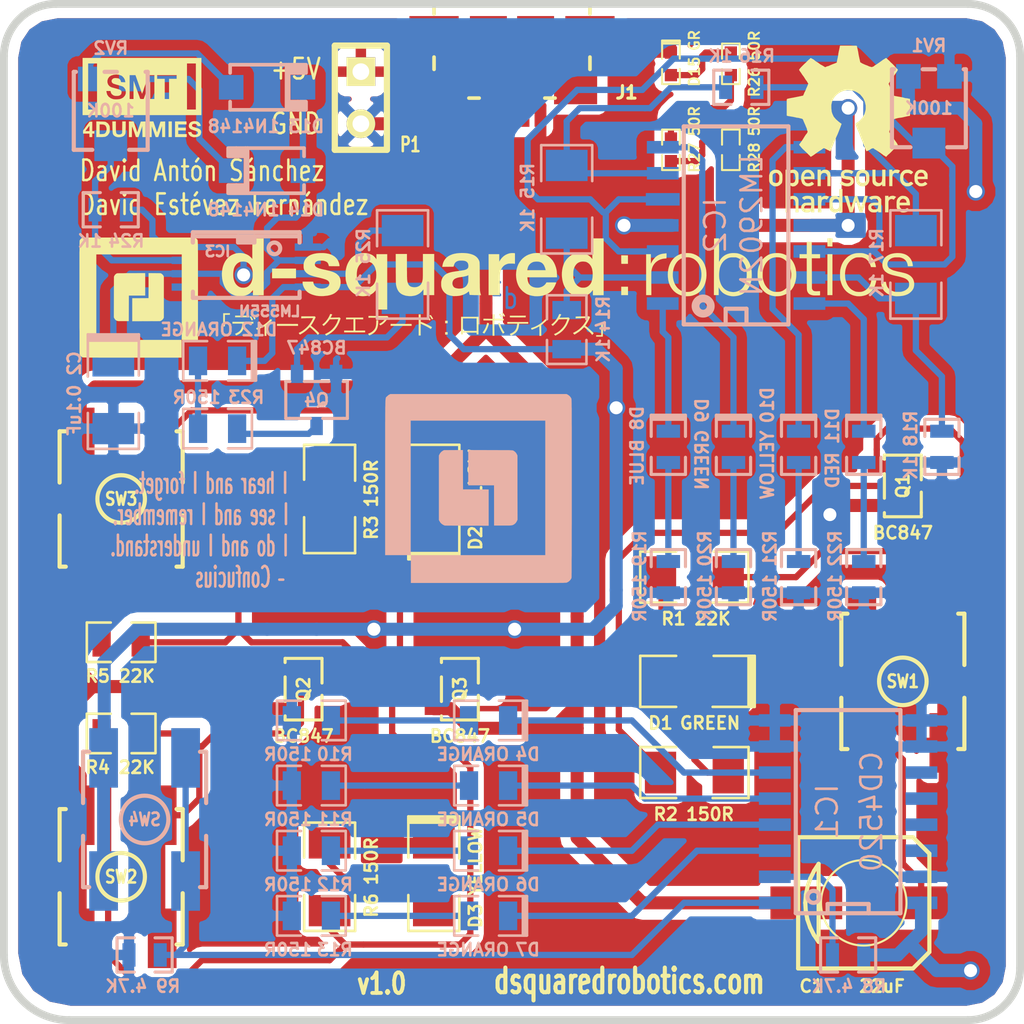
<source format=kicad_pcb>
(kicad_pcb (version 4) (host pcbnew 0.201505162027+5655~23~ubuntu14.04.1-product)
  (title_block (title SMt4dummies) (date "18 aug 2013") (rev 1.0b1) (company d-Squared:Robotics) (comment 1 "David Antón Sánchez") (comment 2 "David Estévez Fernández"))
  (layers (0 Front signal hide) (31 Back signal) (34 B.Paste user) (35 F.Paste user) (36 B.SilkS user) (37 F.SilkS user) (38 B.Mask user) (39 F.Mask user) (44 Edge.Cuts user))
  (net 0 "")
  (net 1 +5V)
  (net 2 /ANLG_INPUT)
  (net 3 /CLK)
  (net 4 /DIS)
  (net 5 /THR)
  (net 6 GND)
  (net 7 N-000001)
  (net 8 N-0000010)
  (net 9 N-0000011)
  (net 10 N-0000012)
  (net 11 N-0000013)
  (net 12 N-0000014)
  (net 13 N-0000016)
  (net 14 N-0000017)
  (net 15 N-0000018)
  (net 16 N-0000019)
  (net 17 N-000002)
  (net 18 N-0000020)
  (net 19 N-0000021)
  (net 20 N-0000022)
  (net 21 N-0000023)
  (net 22 N-0000024)
  (net 23 N-0000026)
  (net 24 N-0000027)
  (net 25 N-0000028)
  (net 26 N-0000029)
  (net 27 N-000003)
  (net 28 N-0000030)
  (net 29 N-0000031)
  (net 30 N-0000032)
  (net 31 N-0000033)
  (net 32 N-0000034)
  (net 33 N-0000035)
  (net 34 N-0000036)
  (net 35 N-0000037)
  (net 36 N-0000038)
  (net 37 N-0000039)
  (net 38 N-0000041)
  (net 39 N-0000042)
  (net 40 N-0000043)
  (net 41 N-0000044)
  (net 42 N-000005)
  (net 43 N-000006)
  (net 44 N-000007)
  (net 45 N-000008)
  (net 46 N-000009)
  (module "CONN_USB_microAB_ZX62-AB-5PA-11(custom)" (layer Front) (at 148.59 75.946 180)
    (fp_text reference J1 (at -5.588 -0.127 180) (layer F.SilkS) (effects (font (size 0.6096 0.6096) (thickness 0.1524))))
    (fp_text value "" (at 0 -2.4003 180) (layer F.SilkS) (effects (font (size 0.6096 0.6096) (thickness 0.1524))))
    (pad 3 smd rect (at 0 -0.55 180) (size 0.39878 2.5) (layers Front F.Paste F.Mask))
    (pad 2 smd rect (at -0.65 -0.55 180) (size 0.39878 2.5) (layers Front F.Paste F.Mask))
    (pad 6 smd rect (at 0.65 -0.55 180) (size 0.39878 2.5) (layers Front F.Paste F.Mask))
    (pad 1 smd rect (at -1.3 -0.55 180) (size 0.39878 2.5) (layers Front F.Paste F.Mask) (net 1 +5V))
    (pad 4 smd rect (at 1.3 -0.55 180) (size 0.39878 2.5) (layers Front F.Paste F.Mask) (net 6 GND))
    (pad 5 smd rect (at -3.1 0.1 180) (size 2.1 1.6) (layers Front F.Paste F.Mask))
    (pad 5 smd rect (at 3.1 0.1 180) (size 2.1 1.6) (layers Front F.Paste F.Mask))
    (pad 5 smd rect (at -3.79984 2.64922 180) (size 2.4003 1.89992) (layers Front F.Paste F.Mask))
    (pad 5 smd rect (at 3.79984 2.64922 180) (size 2.4003 1.89992) (layers Front F.Paste F.Mask))
    (pad 5 smd rect (at -1.15062 2.64922 180) (size 1.80086 1.89992) (layers Front F.Paste F.Mask))
    (pad 5 smd rect (at 1.15062 2.64922 180) (size 1.80086 1.89992) (layers Front F.Paste F.Mask))
  )
  (module "SM0603_Opendous(generic)" (layer Back) (at 162.56 99.695 90)
    (fp_text reference R21 (at 1.397 -1.397 90) (layer B.SilkS) (effects (font (size 0.6 0.6) (thickness 0.127)) (justify mirror)))
    (fp_text value 150R (at -1.016 -1.397 90) (layer B.SilkS) (effects (font (size 0.6 0.6) (thickness 0.127)) (justify mirror)))
    (pad 1 smd rect (at -0.762 0 90) (size 0.635 1.143) (layers Back B.Paste B.Mask) (net 6 GND))
    (pad 2 smd rect (at 0.762 0 90) (size 0.635 1.143) (layers Back B.Paste B.Mask) (net 21 N-0000023))
  )
  (module SOP14-LM2902NSR (layer Back) (at 159.512 82.55 90)
    (fp_text reference IC2 (at 0 -1.016 90) (layer B.SilkS) (effects (font (size 1.016 1.143) (thickness 0.127)) (justify mirror)))
    (fp_text value LM2902N (at 0 0.762 90) (layer B.SilkS) (effects (font (size 1.016 1.016) (thickness 0.127)) (justify mirror)))
    (pad 1 smd rect (at -3.81 -3.5747 90) (size 0.6096 1.5494) (layers Back B.Paste B.Mask) (net 13 N-0000016))
    (pad 2 smd rect (at -2.54 -3.5747 90) (size 0.6096 1.5494) (layers Back B.Paste B.Mask) (net 42 N-000005))
    (pad 3 smd rect (at -1.27 -3.5747 90) (size 0.6096 1.5494) (layers Back B.Paste B.Mask) (net 2 /ANLG_INPUT))
    (pad 4 smd rect (at 0 -3.5747 90) (size 0.6096 1.5494) (layers Back B.Paste B.Mask) (net 1 +5V))
    (pad 5 smd rect (at 1.27 -3.5747 90) (size 0.6096 1.6494) (layers Back B.Paste B.Mask) (net 2 /ANLG_INPUT))
    (pad 6 smd rect (at 2.54 -3.5747 90) (size 0.6096 1.5494) (layers Back B.Paste B.Mask) (net 15 N-0000018))
    (pad 7 smd rect (at 3.81 -3.5747 90) (size 0.6096 1.5494) (layers Back B.Paste B.Mask) (net 14 N-0000017))
    (pad 8 smd rect (at 3.81 3.5747 90) (size 0.6096 1.5494) (layers Back B.Paste B.Mask) (net 20 N-0000022))
    (pad 9 smd rect (at 2.54 3.5747 90) (size 0.6096 1.5494) (layers Back B.Paste B.Mask) (net 23 N-0000026))
    (pad 10 smd rect (at 1.27 3.5747 90) (size 0.6096 1.5494) (layers Back B.Paste B.Mask) (net 2 /ANLG_INPUT))
    (pad 11 smd rect (at 0 3.5747 90) (size 0.6096 1.5494) (layers Back B.Paste B.Mask) (net 6 GND))
    (pad 12 smd rect (at -1.27 3.5747 90) (size 0.6096 1.5494) (layers Back B.Paste B.Mask) (net 2 /ANLG_INPUT))
    (pad 13 smd rect (at -2.54 3.5747 90) (size 0.6096 1.5494) (layers Back B.Paste B.Mask) (net 43 N-000006))
    (pad 14 smd rect (at -3.81 3.5747 90) (size 0.6096 1.5494) (layers Back B.Paste B.Mask) (net 19 N-0000021))
  )
  (module TSSOP-8_555_timer (layer Back) (at 135.636 84.582 270)
    (fp_text reference IC3 (at -0.762 1.397 540) (layer B.SilkS) (effects (font (size 0.508 0.508) (thickness 0.127)) (justify mirror)))
    (fp_text value LM555N (at 2.159 -1.143 360) (layer B.SilkS) (effects (font (size 0.508 0.508) (thickness 0.127)) (justify mirror)))
    (pad 5 smd rect (at 0.97536 3 270) (size 0.3556 1.27) (layers Back B.Paste B.Mask))
    (pad 6 smd rect (at 0.32512 3 270) (size 0.3556 1.27) (layers Back B.Paste B.Mask) (net 5 /THR))
    (pad 7 smd rect (at -0.32512 3 270) (size 0.3556 1.27) (layers Back B.Paste B.Mask) (net 4 /DIS))
    (pad 8 smd rect (at -0.97536 3 270) (size 0.3556 1.27) (layers Back B.Paste B.Mask) (net 1 +5V))
    (pad 1 smd rect (at -0.97536 -3 270) (size 0.3556 1.27) (layers Back B.Paste B.Mask) (net 6 GND))
    (pad 2 smd rect (at -0.32512 -3 270) (size 0.3556 1.27) (layers Back B.Paste B.Mask) (net 5 /THR))
    (pad 3 smd rect (at 0.32512 -3 270) (size 0.3556 1.27) (layers Back B.Paste B.Mask) (net 27 N-000003))
    (pad 4 smd rect (at 0.97536 -3 270) (size 0.3556 1.27) (layers Back B.Paste B.Mask) (net 1 +5V))
  )
  (module logotypenew (layer Front) (at 147.701 86.487)
    (fp_text reference "" hide)
    (fp_text value "" hide)
  )
  (module logonew (layer Front) (at 147.193 95.377)
    (fp_text reference "" hide)
    (fp_text value "" hide)
  )
  (module SOIC16_NS_CD4520_BNSR (layer Back) (at 164.973 111.125 90)
    (fp_text reference IC1 (at 0 -1.016 90) (layer B.SilkS) (effects (font (size 1.016 1.143) (thickness 0.127)) (justify mirror)))
    (fp_text value CD4520 (at 0 1.143 90) (layer B.SilkS) (effects (font (size 1.016 1.016) (thickness 0.127)) (justify mirror)))
    (pad 1 smd rect (at -4.445 -3.5747 90) (size 0.6096 1.5494) (layers Back B.Paste B.Mask) (net 3 /CLK))
    (pad 16 smd rect (at -4.445 3.5747 90) (size 0.6096 1.5494) (layers Back B.Paste B.Mask) (net 1 +5V))
    (pad 2 smd rect (at -3.175 -3.5747 90) (size 0.6096 1.5494) (layers Back B.Paste B.Mask) (net 12 N-0000014))
    (pad 15 smd rect (at -3.175 3.5747 90) (size 0.6096 1.5494) (layers Back B.Paste B.Mask) (net 6 GND))
    (pad 3 smd rect (at -1.905 -3.5747 90) (size 0.6096 1.5494) (layers Back B.Paste B.Mask) (net 35 N-0000037))
    (pad 14 smd rect (at -1.905 3.5747 90) (size 0.6096 1.5494) (layers Back B.Paste B.Mask))
    (pad 4 smd rect (at -0.635 -3.5747 90) (size 0.6096 1.5494) (layers Back B.Paste B.Mask) (net 30 N-0000032))
    (pad 13 smd rect (at -0.635 3.5747 90) (size 0.6096 1.5494) (layers Back B.Paste B.Mask))
    (pad 5 smd rect (at 0.635 -3.5747 90) (size 0.6096 1.5494) (layers Back B.Paste B.Mask) (net 37 N-0000039))
    (pad 12 smd rect (at 0.635 3.5747 90) (size 0.6096 1.5494) (layers Back B.Paste B.Mask))
    (pad 6 smd rect (at 1.905 -3.5747 90) (size 0.6096 1.5494) (layers Back B.Paste B.Mask) (net 31 N-0000033))
    (pad 11 smd rect (at 1.905 3.5747 90) (size 0.6096 1.5494) (layers Back B.Paste B.Mask))
    (pad 7 smd rect (at 3.175 -3.5747 90) (size 0.6096 1.5494) (layers Back B.Paste B.Mask) (net 6 GND))
    (pad 10 smd rect (at 3.175 3.5747 90) (size 0.6096 1.5494) (layers Back B.Paste B.Mask) (net 6 GND))
    (pad 8 smd rect (at 4.445 -3.5747 90) (size 0.6096 1.5494) (layers Back B.Paste B.Mask) (net 6 GND))
    (pad 9 smd rect (at 4.445 3.5747 90) (size 0.6096 1.5494) (layers Back B.Paste B.Mask) (net 6 GND))
  )
  (module "" (layer Front) (at 164.973 77.851)
    (fp_text reference "" hide)
    (fp_text value "" hide)
  )
  (module "" (layer Front) (at 130.556 76.2)
    (fp_text reference "" hide)
    (fp_text value "" hide)
  )
  (module C1 (layer Front) (at 165.735 115.57)
    (fp_text reference C1 (at -2.54 4.064) (layer F.SilkS) (effects (font (size 0.6 0.6) (thickness 0.127))))
    (fp_text value 22uF (at 0.889 4.064) (layer F.SilkS) (effects (font (size 0.6 0.6) (thickness 0.127))))
    (pad 1 smd rect (at 2.79908 0) (size 3.49758 1.59766) (layers Front F.Paste F.Mask) (net 34 N-0000036))
    (pad 2 smd rect (at -2.79908 0) (size 3.49758 1.59766) (layers Front F.Paste F.Mask) (net 6 GND))
  )
  (module SOT23-3_Opendous (layer Front) (at 138.43 105.156 270)
    (fp_text reference Q2 (at 0 0 270) (layer F.SilkS) (effects (font (size 0.6 0.6) (thickness 0.127))))
    (fp_text value BC847 (at 2.286 0 360) (layer F.SilkS) (effects (font (size 0.6 0.6) (thickness 0.127))))
    (pad 2 smd rect (at 0.9525 1.27 270) (size 0.6096 0.889) (layers Front F.Paste F.Mask) (net 6 GND))
    (pad 1 smd rect (at -0.9525 1.27 270) (size 0.6096 0.889) (layers Front F.Paste F.Mask) (net 10 N-0000012))
    (pad 3 smd rect (at 0 -1.27 270) (size 0.6096 0.889) (layers Front F.Paste F.Mask) (net 29 N-0000031))
  )
  (module SOT23-3_Opendous (layer Front) (at 167.64 95.25 270)
    (fp_text reference Q1 (at 0 0 270) (layer F.SilkS) (effects (font (size 0.6 0.6) (thickness 0.127))))
    (fp_text value BC847 (at 2.286 0 360) (layer F.SilkS) (effects (font (size 0.6 0.6) (thickness 0.125))))
    (pad 2 smd rect (at 0.9525 1.27 270) (size 0.6096 0.889) (layers Front F.Paste F.Mask) (net 6 GND))
    (pad 1 smd rect (at -0.9525 1.27 270) (size 0.6096 0.889) (layers Front F.Paste F.Mask) (net 45 N-000008))
    (pad 3 smd rect (at 0 -1.27 270) (size 0.6096 0.889) (layers Front F.Paste F.Mask) (net 28 N-0000030))
  )
  (module SOT23-3_Opendous (layer Front) (at 146.05 105.156 270)
    (fp_text reference Q3 (at 0 0 270) (layer F.SilkS) (effects (font (size 0.6 0.6) (thickness 0.127))))
    (fp_text value BC847 (at 2.286 0 360) (layer F.SilkS) (effects (font (size 0.6 0.6) (thickness 0.127))))
    (pad 2 smd rect (at 0.9525 1.27 270) (size 0.6096 0.889) (layers Front F.Paste F.Mask) (net 6 GND))
    (pad 1 smd rect (at -0.9525 1.27 270) (size 0.6096 0.889) (layers Front F.Paste F.Mask) (net 8 N-0000010))
    (pad 3 smd rect (at 0 -1.27 270) (size 0.6096 0.889) (layers Front F.Paste F.Mask) (net 32 N-0000034))
  )
  (module SIL-2 (layer Front) (at 141.224 76.327 270)
    (fp_text reference P1 (at 2.286 -2.413 360) (layer F.SilkS) (effects (font (size 0.7 0.5) (thickness 0.125))))
    (fp_text value "" hide)
    (pad 1 thru_hole rect (at -1.27 0 270) (size 1.397 1.397) (drill 0.8128) (layers *.Cu *.Mask F.SilkS) (net 1 +5V))
    (pad 2 thru_hole circle (at 1.27 0 270) (size 1.397 1.397) (drill 0.8128) (layers *.Cu *.Mask F.SilkS) (net 6 GND))
  )
  (module SOT23-3_Opendous (layer Back) (at 139.065 91.059)
    (fp_text reference Q4 (at 0 0) (layer B.SilkS) (effects (font (size 0.6 0.6) (thickness 0.127)) (justify mirror)))
    (fp_text value BC847 (at 0 -2.54) (layer B.SilkS) (effects (font (size 0.6 0.6) (thickness 0.127)) (justify mirror)))
    (pad 2 smd rect (at 0.9525 -1.27) (size 0.6096 0.889) (layers Back B.Paste B.Mask) (net 6 GND))
    (pad 1 smd rect (at -0.9525 -1.27) (size 0.6096 0.889) (layers Back B.Paste B.Mask) (net 36 N-0000038))
    (pad 3 smd rect (at 0 1.27) (size 0.6096 0.889) (layers Back B.Paste B.Mask) (net 11 N-0000013))
  )
  (module POT_TC33X_3.8x3mm (layer Back) (at 129.032 77.216)
    (fp_text reference RV2 (at 0 -3.302) (layer B.SilkS) (effects (font (size 0.6 0.6) (thickness 0.127)) (justify mirror)))
    (fp_text value 100K (at 0 -0.254) (layer B.SilkS) (effects (font (size 0.6 0.6) (thickness 0.127)) (justify mirror)))
    (pad 2 smd rect (at 0 1.45034) (size 1.6002 1.50114) (layers Back B.Paste B.Mask) (net 4 /DIS))
    (pad 1 smd rect (at -1.00076 -1.80086) (size 1.19888 1.19888) (layers Back B.Paste B.Mask) (net 22 N-0000024))
    (pad 3 smd rect (at 1.00076 -1.80086) (size 1.19888 1.19888) (layers Back B.Paste B.Mask) (net 7 N-000001))
  )
  (module POT_TC33X_3.8x3mm (layer Back) (at 168.91 77.089)
    (fp_text reference RV1 (at 0 -3.302) (layer B.SilkS) (effects (font (size 0.6 0.6) (thickness 0.127)) (justify mirror)))
    (fp_text value 100K (at 0 -0.254) (layer B.SilkS) (effects (font (size 0.6 0.6) (thickness 0.127)) (justify mirror)))
    (pad 2 smd rect (at 0 1.45034) (size 1.6002 1.50114) (layers Back B.Paste B.Mask) (net 2 /ANLG_INPUT))
    (pad 1 smd rect (at -1.00076 -1.80086) (size 1.19888 1.19888) (layers Back B.Paste B.Mask) (net 1 +5V))
    (pad 3 smd rect (at 1.00076 -1.80086) (size 1.19888 1.19888) (layers Back B.Paste B.Mask) (net 6 GND))
  )
  (module "SOD123(generic)" (layer Back) (at 136.652 75.819 180)
    (fp_text reference D13 (at -1.905 -1.905 180) (layer B.SilkS) (effects (font (size 0.6 0.6) (thickness 0.127)) (justify mirror)))
    (fp_text value 1N4148 (at 1.143 -1.905 180) (layer B.SilkS) (effects (font (size 0.6 0.6) (thickness 0.127)) (justify mirror)))
    (pad 1 smd rect (at -1.75 0 180) (size 1.19888 1.19888) (layers Back B.Paste B.Mask) (net 5 /THR))
    (pad 2 smd rect (at 1.75 0 180) (size 1.19888 1.19888) (layers Back B.Paste B.Mask) (net 22 N-0000024))
  )
  (module "SOD123(generic)" (layer Back) (at 136.652 79.883)
    (fp_text reference D14 (at 1.905 1.905) (layer B.SilkS) (effects (font (size 0.6 0.6) (thickness 0.127)) (justify mirror)))
    (fp_text value 1N4148 (at -1.143 1.905) (layer B.SilkS) (effects (font (size 0.6 0.6) (thickness 0.127)) (justify mirror)))
    (pad 1 smd rect (at -1.75 0) (size 1.19888 1.19888) (layers Back B.Paste B.Mask) (net 7 N-000001))
    (pad 2 smd rect (at 1.75 0) (size 1.19888 1.19888) (layers Back B.Paste B.Mask) (net 5 /THR))
  )
  (module "Switch_SMT_TH_EVQ_TL59(generic)" (layer Front) (at 129.54 95.885 90)
    (fp_text reference SW3 (at 0 0 180) (layer F.SilkS) (effects (font (size 0.6096 0.508) (thickness 0.127))))
    (fp_text value "" (at 0 4.064 90) (layer F.SilkS) (effects (font (size 0.9144 0.8128) (thickness 0.2032))))
    (pad 1 smd rect (at 2.99974 -1.99898 90) (size 2.90068 1.39954) (layers Front F.Paste F.Mask) (net 6 GND))
    (pad 2 smd rect (at 2.99974 1.99898 90) (size 2.90068 1.39954) (layers Front F.Paste F.Mask) (net 8 N-0000010))
    (pad 1 smd rect (at -2.99974 -1.99898 90) (size 2.90068 1.39954) (layers Front F.Paste F.Mask) (net 6 GND))
    (pad 2 smd rect (at -2.99974 1.99898 90) (size 2.90068 1.39954) (layers Front F.Paste F.Mask) (net 8 N-0000010))
  )
  (module "Switch_SMT_TH_EVQ_TL59(generic)" (layer Front) (at 129.54 114.3 90)
    (fp_text reference SW2 (at 0 0 180) (layer F.SilkS) (effects (font (size 0.6096 0.508) (thickness 0.127))))
    (fp_text value "" (at 0 4.064 90) (layer F.SilkS) (effects (font (size 0.9144 0.8128) (thickness 0.2032))))
    (pad 1 smd rect (at 2.99974 -1.99898 90) (size 2.90068 1.39954) (layers Front F.Paste F.Mask) (net 6 GND))
    (pad 2 smd rect (at 2.99974 1.99898 90) (size 2.90068 1.39954) (layers Front F.Paste F.Mask) (net 10 N-0000012))
    (pad 1 smd rect (at -2.99974 -1.99898 90) (size 2.90068 1.39954) (layers Front F.Paste F.Mask) (net 6 GND))
    (pad 2 smd rect (at -2.99974 1.99898 90) (size 2.90068 1.39954) (layers Front F.Paste F.Mask) (net 10 N-0000012))
  )
  (module "Switch_SMT_TH_EVQ_TL59(generic)" (layer Front) (at 167.64 104.775 90)
    (fp_text reference SW1 (at 0 0 180) (layer F.SilkS) (effects (font (size 0.6096 0.508) (thickness 0.127))))
    (fp_text value "" (at 0 4.064 90) (layer F.SilkS) (effects (font (size 0.9144 0.8128) (thickness 0.2032))))
    (pad 1 smd rect (at 2.99974 -1.99898 90) (size 2.90068 1.39954) (layers Front F.Paste F.Mask) (net 34 N-0000036))
    (pad 2 smd rect (at 2.99974 1.99898 90) (size 2.90068 1.39954) (layers Front F.Paste F.Mask) (net 1 +5V))
    (pad 1 smd rect (at -2.99974 -1.99898 90) (size 2.90068 1.39954) (layers Front F.Paste F.Mask) (net 34 N-0000036))
    (pad 2 smd rect (at -2.99974 1.99898 90) (size 2.90068 1.39954) (layers Front F.Paste F.Mask) (net 1 +5V))
  )
  (module "Switch_SMT_TH_EVQ_TL59(generic)" (layer Back) (at 130.683 111.506 270)
    (fp_text reference SW4 (at 0 0 360) (layer B.SilkS) (effects (font (size 0.6096 0.508) (thickness 0.127)) (justify mirror)))
    (fp_text value "" (at 0 -4.064 270) (layer B.SilkS) (effects (font (size 0.9144 0.8128) (thickness 0.2032)) (justify mirror)))
    (pad 1 smd rect (at 2.99974 1.99898 270) (size 2.90068 1.39954) (layers Back B.Paste B.Mask) (net 1 +5V))
    (pad 2 smd rect (at 2.99974 -1.99898 270) (size 2.90068 1.39954) (layers Back B.Paste B.Mask) (net 3 /CLK))
    (pad 1 smd rect (at -2.99974 1.99898 270) (size 2.90068 1.39954) (layers Back B.Paste B.Mask) (net 1 +5V))
    (pad 2 smd rect (at -2.99974 -1.99898 270) (size 2.90068 1.39954) (layers Back B.Paste B.Mask) (net 3 /CLK))
  )
  (module "SM0402_LED(generic)" (layer Front) (at 156.337 74.676 270)
    (fp_text reference D15 (at 0.381 -1.143 270) (layer F.SilkS) (effects (font (size 0.5 0.5) (thickness 0.1))))
    (fp_text value GR (at -1.143 -1.143 270) (layer F.SilkS) (effects (font (size 0.5 0.5) (thickness 0.1))))
    (pad 1 smd rect (at -0.54958 0 270) (size 0.6 0.59944) (layers Front F.Paste F.Mask) (net 1 +5V))
    (pad 2 smd rect (at 0.54958 0 270) (size 0.6 0.59944) (layers Front F.Paste F.Mask) (net 26 N-0000029))
  )
  (module "SM0402(generic)" (layer Front) (at 159.258 74.676 270)
    (fp_text reference R26 (at 0.889 -1.143 270) (layer F.SilkS) (effects (font (size 0.5 0.5) (thickness 0.1))))
    (fp_text value 50R (at -0.889 -1.143 270) (layer F.SilkS) (effects (font (size 0.5 0.5) (thickness 0.1))))
    (pad 1 smd rect (at -0.54958 0 270) (size 0.6 0.59944) (layers Front F.Paste F.Mask) (net 26 N-0000029))
    (pad 2 smd rect (at 0.54958 0 270) (size 0.6 0.59944) (layers Front F.Paste F.Mask) (net 25 N-0000028))
  )
  (module "SM0402(generic)" (layer Front) (at 156.337 78.867 270)
    (fp_text reference R27 (at 0.381 -1.143 270) (layer F.SilkS) (effects (font (size 0.5 0.5) (thickness 0.1))))
    (fp_text value 50R (at -1.397 -1.143 270) (layer F.SilkS) (effects (font (size 0.5 0.5) (thickness 0.1))))
    (pad 1 smd rect (at -0.54958 0 270) (size 0.6 0.59944) (layers Front F.Paste F.Mask) (net 25 N-0000028))
    (pad 2 smd rect (at 0.54958 0 270) (size 0.6 0.59944) (layers Front F.Paste F.Mask) (net 24 N-0000027))
  )
  (module "SM0402(generic)" (layer Front) (at 159.258 78.867 270)
    (fp_text reference R28 (at 0.381 -1.143 270) (layer F.SilkS) (effects (font (size 0.5 0.5) (thickness 0.1))))
    (fp_text value 50R (at -1.397 -1.143 270) (layer F.SilkS) (effects (font (size 0.5 0.5) (thickness 0.1))))
    (pad 1 smd rect (at -0.54958 0 270) (size 0.6 0.59944) (layers Front F.Paste F.Mask) (net 24 N-0000027))
    (pad 2 smd rect (at 0.54958 0 270) (size 0.6 0.59944) (layers Front F.Paste F.Mask) (net 6 GND))
  )
  (module "SM1206(generic)" (layer Front) (at 139.7 114.3 270)
    (fp_text reference R6 (at 1.397 -2.032 270) (layer F.SilkS) (effects (font (size 0.6 0.6) (thickness 0.127))))
    (fp_text value 150R (at -0.762 -2.032 270) (layer F.SilkS) (effects (font (size 0.6 0.6) (thickness 0.127))))
    (pad 1 smd rect (at -1.651 0 270) (size 1.524 2.032) (layers Front F.Paste F.Mask) (net 9 N-0000011))
    (pad 2 smd rect (at 1.651 0 270) (size 1.524 2.032) (layers Front F.Paste F.Mask) (net 32 N-0000034))
  )
  (module "SM1206(generic)" (layer Front) (at 139.7 95.885 270)
    (fp_text reference R3 (at 1.397 -2.032 270) (layer F.SilkS) (effects (font (size 0.6 0.6) (thickness 0.127))))
    (fp_text value 150R (at -0.762 -2.032 270) (layer F.SilkS) (effects (font (size 0.6 0.6) (thickness 0.127))))
    (pad 1 smd rect (at -1.651 0 270) (size 1.524 2.032) (layers Front F.Paste F.Mask) (net 33 N-0000035))
    (pad 2 smd rect (at 1.651 0 270) (size 1.524 2.032) (layers Front F.Paste F.Mask) (net 29 N-0000031))
  )
  (module "SM1206(generic)" (layer Front) (at 157.48 109.22 180)
    (fp_text reference R2 (at 1.397 -2.032 180) (layer F.SilkS) (effects (font (size 0.6 0.6) (thickness 0.127))))
    (fp_text value 150R (at -0.762 -2.032 180) (layer F.SilkS) (effects (font (size 0.6 0.6) (thickness 0.127))))
    (pad 1 smd rect (at -1.651 0 180) (size 1.524 2.032) (layers Front F.Paste F.Mask) (net 46 N-000009))
    (pad 2 smd rect (at 1.651 0 180) (size 1.524 2.032) (layers Front F.Paste F.Mask) (net 28 N-0000030))
  )
  (module "SM1206(generic)" (layer Front) (at 157.48 99.695 180)
    (fp_text reference R1 (at 1.016 -2.032 180) (layer F.SilkS) (effects (font (size 0.6 0.6) (thickness 0.127))))
    (fp_text value 22K (at -0.889 -2.032 180) (layer F.SilkS) (effects (font (size 0.6 0.6) (thickness 0.127))))
    (pad 1 smd rect (at -1.651 0 180) (size 1.524 2.032) (layers Front F.Paste F.Mask) (net 45 N-000008))
    (pad 2 smd rect (at 1.651 0 180) (size 1.524 2.032) (layers Front F.Paste F.Mask) (net 34 N-0000036))
  )
  (module "SM1206_Opendous_LED(generic)" (layer Front) (at 144.78 95.885 90)
    (fp_text reference D2 (at -1.905 2.032 90) (layer F.SilkS) (effects (font (size 0.6 0.6) (thickness 0.127))))
    (fp_text value YELLOW (at 0.762 2.032 90) (layer F.SilkS) (effects (font (size 0.6 0.6) (thickness 0.127))))
    (pad 1 smd rect (at -1.651 0 90) (size 1.524 2.032) (layers Front F.Paste F.Mask) (net 1 +5V))
    (pad 2 smd rect (at 1.651 0 90) (size 1.524 2.032) (layers Front F.Paste F.Mask) (net 33 N-0000035))
  )
  (module "SM1206_Opendous_LED(generic)" (layer Front) (at 157.48 104.775 180)
    (fp_text reference D1 (at 1.651 -2.032 180) (layer F.SilkS) (effects (font (size 0.6 0.6) (thickness 0.127))))
    (fp_text value GREEN (at -0.762 -2.032 180) (layer F.SilkS) (effects (font (size 0.6 0.6) (thickness 0.127))))
    (pad 1 smd rect (at -1.651 0 180) (size 1.524 2.032) (layers Front F.Paste F.Mask) (net 1 +5V))
    (pad 2 smd rect (at 1.651 0 180) (size 1.524 2.032) (layers Front F.Paste F.Mask) (net 46 N-000009))
  )
  (module "SM1206_Opendous_LED(generic)" (layer Front) (at 144.78 114.3 270)
    (fp_text reference D3 (at 1.905 -2.032 270) (layer F.SilkS) (effects (font (size 0.6 0.6) (thickness 0.127))))
    (fp_text value YELLOW (at -0.762 -2.032 270) (layer F.SilkS) (effects (font (size 0.6 0.6) (thickness 0.127))))
    (pad 1 smd rect (at -1.651 0 270) (size 1.524 2.032) (layers Front F.Paste F.Mask) (net 1 +5V))
    (pad 2 smd rect (at 1.651 0 270) (size 1.524 2.032) (layers Front F.Paste F.Mask) (net 9 N-0000011))
  )
  (module "SM0805_Opendous(generic)" (layer Front) (at 129.54 102.87)
    (fp_text reference R5 (at -1.143 1.651 180) (layer F.SilkS) (effects (font (size 0.6 0.6) (thickness 0.127))))
    (fp_text value 22K (at 0.762 1.651 180) (layer F.SilkS) (effects (font (size 0.6 0.6) (thickness 0.127))))
    (pad 1 smd rect (at -0.9525 0) (size 0.889 1.397) (layers Front F.Paste F.Mask) (net 8 N-0000010))
    (pad 2 smd rect (at 0.9525 0) (size 0.889 1.397) (layers Front F.Paste F.Mask) (net 29 N-0000031))
  )
  (module "SM0805_Opendous(generic)" (layer Front) (at 129.54 107.315)
    (fp_text reference R4 (at -1.143 1.651 180) (layer F.SilkS) (effects (font (size 0.6 0.6) (thickness 0.127))))
    (fp_text value 22K (at 0.762 1.651 180) (layer F.SilkS) (effects (font (size 0.6 0.6) (thickness 0.127))))
    (pad 1 smd rect (at -0.9525 0) (size 0.889 1.397) (layers Front F.Paste F.Mask) (net 32 N-0000034))
    (pad 2 smd rect (at 0.9525 0) (size 0.889 1.397) (layers Front F.Paste F.Mask) (net 10 N-0000012))
  )
  (module "SM0805_Opendous(generic)" (layer Back) (at 138.811 106.68 180)
    (fp_text reference R10 (at -1.143 -1.651 360) (layer B.SilkS) (effects (font (size 0.6 0.6) (thickness 0.127)) (justify mirror)))
    (fp_text value 150R (at 1.143 -1.651 360) (layer B.SilkS) (effects (font (size 0.6 0.6) (thickness 0.127)) (justify mirror)))
    (pad 1 smd rect (at -0.9525 0 180) (size 0.889 1.397) (layers Back B.Paste B.Mask) (net 39 N-0000042))
    (pad 2 smd rect (at 0.9525 0 180) (size 0.889 1.397) (layers Back B.Paste B.Mask) (net 6 GND))
  )
  (module "SM0805_Opendous(generic)" (layer Back) (at 138.811 109.855 180)
    (fp_text reference R11 (at -1.143 -1.651 360) (layer B.SilkS) (effects (font (size 0.6 0.6) (thickness 0.127)) (justify mirror)))
    (fp_text value 150R (at 1.143 -1.651 360) (layer B.SilkS) (effects (font (size 0.6 0.6) (thickness 0.127)) (justify mirror)))
    (pad 1 smd rect (at -0.9525 0 180) (size 0.889 1.397) (layers Back B.Paste B.Mask) (net 41 N-0000044))
    (pad 2 smd rect (at 0.9525 0 180) (size 0.889 1.397) (layers Back B.Paste B.Mask) (net 6 GND))
  )
  (module "SM0805_Opendous(generic)" (layer Back) (at 138.811 113.03 180)
    (fp_text reference R12 (at -1.143 -1.651 360) (layer B.SilkS) (effects (font (size 0.6 0.6) (thickness 0.127)) (justify mirror)))
    (fp_text value 150R (at 1.143 -1.651 360) (layer B.SilkS) (effects (font (size 0.6 0.6) (thickness 0.127)) (justify mirror)))
    (pad 1 smd rect (at -0.9525 0 180) (size 0.889 1.397) (layers Back B.Paste B.Mask) (net 38 N-0000041))
    (pad 2 smd rect (at 0.9525 0 180) (size 0.889 1.397) (layers Back B.Paste B.Mask) (net 6 GND))
  )
  (module "SM0805_Opendous(generic)" (layer Back) (at 138.811 116.205 180)
    (fp_text reference R13 (at -1.143 -1.651 360) (layer B.SilkS) (effects (font (size 0.6 0.6) (thickness 0.127)) (justify mirror)))
    (fp_text value 150R (at 1.143 -1.651 360) (layer B.SilkS) (effects (font (size 0.6 0.6) (thickness 0.127)) (justify mirror)))
    (pad 1 smd rect (at -0.9525 0 180) (size 0.889 1.397) (layers Back B.Paste B.Mask) (net 40 N-0000043))
    (pad 2 smd rect (at 0.9525 0 180) (size 0.889 1.397) (layers Back B.Paste B.Mask) (net 6 GND))
  )
  (module "SM0805_Opendous_LED(generic)" (layer Back) (at 147.447 106.68 180)
    (fp_text reference D4 (at -1.905 -1.651 360) (layer B.SilkS) (effects (font (size 0.6 0.6) (thickness 0.127)) (justify mirror)))
    (fp_text value ORANGE (at 0.762 -1.651 360) (layer B.SilkS) (effects (font (size 0.6 0.6) (thickness 0.127)) (justify mirror)))
    (pad 1 smd rect (at -0.9525 0 180) (size 0.889 1.397) (layers Back B.Paste B.Mask) (net 31 N-0000033))
    (pad 2 smd rect (at 0.9525 0 180) (size 0.889 1.397) (layers Back B.Paste B.Mask) (net 39 N-0000042))
  )
  (module "SM0805_Opendous_LED(generic)" (layer Back) (at 147.447 109.855 180)
    (fp_text reference D5 (at -1.905 -1.651 360) (layer B.SilkS) (effects (font (size 0.6 0.6) (thickness 0.127)) (justify mirror)))
    (fp_text value ORANGE (at 0.762 -1.651 360) (layer B.SilkS) (effects (font (size 0.6 0.6) (thickness 0.127)) (justify mirror)))
    (pad 1 smd rect (at -0.9525 0 180) (size 0.889 1.397) (layers Back B.Paste B.Mask) (net 37 N-0000039))
    (pad 2 smd rect (at 0.9525 0 180) (size 0.889 1.397) (layers Back B.Paste B.Mask) (net 41 N-0000044))
  )
  (module "SM0805_Opendous_LED(generic)" (layer Back) (at 147.447 113.03 180)
    (fp_text reference D6 (at -1.905 -1.651 360) (layer B.SilkS) (effects (font (size 0.6 0.6) (thickness 0.127)) (justify mirror)))
    (fp_text value ORANGE (at 0.762 -1.651 360) (layer B.SilkS) (effects (font (size 0.6 0.6) (thickness 0.127)) (justify mirror)))
    (pad 1 smd rect (at -0.9525 0 180) (size 0.889 1.397) (layers Back B.Paste B.Mask) (net 30 N-0000032))
    (pad 2 smd rect (at 0.9525 0 180) (size 0.889 1.397) (layers Back B.Paste B.Mask) (net 38 N-0000041))
  )
  (module "SM0805_Opendous_LED(generic)" (layer Back) (at 147.447 116.205 180)
    (fp_text reference D7 (at -1.905 -1.651 360) (layer B.SilkS) (effects (font (size 0.6 0.6) (thickness 0.127)) (justify mirror)))
    (fp_text value ORANGE (at 0.762 -1.651 360) (layer B.SilkS) (effects (font (size 0.6 0.6) (thickness 0.127)) (justify mirror)))
    (pad 1 smd rect (at -0.9525 0 180) (size 0.889 1.397) (layers Back B.Paste B.Mask) (net 35 N-0000037))
    (pad 2 smd rect (at 0.9525 0 180) (size 0.889 1.397) (layers Back B.Paste B.Mask) (net 40 N-0000043))
  )
  (module "SM0805_Opendous(generic)" (layer Back) (at 151.257 87.63 90)
    (fp_text reference R14 (at 0.762 1.778 270) (layer B.SilkS) (effects (font (size 0.6 0.6) (thickness 0.127)) (justify mirror)))
    (fp_text value 1K (at -1.016 1.778 270) (layer B.SilkS) (effects (font (size 0.6 0.6) (thickness 0.127)) (justify mirror)))
    (pad 1 smd rect (at -0.9525 0 90) (size 0.889 1.397) (layers Back B.Paste B.Mask) (net 1 +5V))
    (pad 2 smd rect (at 0.9525 0 90) (size 0.889 1.397) (layers Back B.Paste B.Mask) (net 42 N-000005))
  )
  (module "SM0805_Opendous(generic)" (layer Back) (at 134.239 92.456)
    (fp_text reference R23 (at 1.397 -1.524 180) (layer B.SilkS) (effects (font (size 0.6 0.6) (thickness 0.127)) (justify mirror)))
    (fp_text value 150R (at -1.016 -1.524 180) (layer B.SilkS) (effects (font (size 0.6 0.6) (thickness 0.127)) (justify mirror)))
    (pad 1 smd rect (at -0.9525 0) (size 0.889 1.397) (layers Back B.Paste B.Mask) (net 17 N-000002))
    (pad 2 smd rect (at 0.9525 0) (size 0.889 1.397) (layers Back B.Paste B.Mask) (net 11 N-0000013))
  )
  (module "SM0805_Opendous_LED(generic)" (layer Back) (at 134.239 89.154 180)
    (fp_text reference D12 (at -2.032 1.524 360) (layer B.SilkS) (effects (font (size 0.6 0.6) (thickness 0.127)) (justify mirror)))
    (fp_text value ORANGE (at 1.016 1.524 180) (layer B.SilkS) (effects (font (size 0.6 0.6) (thickness 0.127)) (justify mirror)))
    (pad 1 smd rect (at -0.9525 0 180) (size 0.889 1.397) (layers Back B.Paste B.Mask) (net 1 +5V))
    (pad 2 smd rect (at 0.9525 0 180) (size 0.889 1.397) (layers Back B.Paste B.Mask) (net 17 N-000002))
  )
  (module "SM1206(generic)" (layer Back) (at 168.275 84.455 270)
    (fp_text reference R17 (at -0.889 1.905 270) (layer B.SilkS) (effects (font (size 0.6 0.6) (thickness 0.127)) (justify mirror)))
    (fp_text value 1K (at 1.016 1.905 270) (layer B.SilkS) (effects (font (size 0.6 0.6) (thickness 0.127)) (justify mirror)))
    (pad 1 smd rect (at -1.651 0 270) (size 1.524 2.032) (layers Back B.Paste B.Mask) (net 23 N-0000026))
    (pad 2 smd rect (at 1.651 0 270) (size 1.524 2.032) (layers Back B.Paste B.Mask) (net 43 N-000006))
  )
  (module "SM1206(generic)" (layer Back) (at 151.257 81.28 90)
    (fp_text reference R15 (at 0.889 -1.905 90) (layer B.SilkS) (effects (font (size 0.6 0.6) (thickness 0.127)) (justify mirror)))
    (fp_text value 1K (at -1.016 -1.905 90) (layer B.SilkS) (effects (font (size 0.6 0.6) (thickness 0.127)) (justify mirror)))
    (pad 1 smd rect (at -1.651 0 90) (size 1.524 2.032) (layers Back B.Paste B.Mask) (net 42 N-000005))
    (pad 2 smd rect (at 1.651 0 90) (size 1.524 2.032) (layers Back B.Paste B.Mask) (net 15 N-0000018))
  )
  (module "SM1206(generic)" (layer Back) (at 143.256 84.455 90)
    (fp_text reference R25 (at 0.889 -1.905 90) (layer B.SilkS) (effects (font (size 0.6 0.6) (thickness 0.127)) (justify mirror)))
    (fp_text value 1K (at -1.016 -1.905 90) (layer B.SilkS) (effects (font (size 0.6 0.6) (thickness 0.127)) (justify mirror)))
    (pad 1 smd rect (at -1.651 0 90) (size 1.524 2.032) (layers Back B.Paste B.Mask) (net 36 N-0000038))
    (pad 2 smd rect (at 1.651 0 90) (size 1.524 2.032) (layers Back B.Paste B.Mask) (net 27 N-000003))
  )
  (module "SM1206_Opendous_LED(generic)" (layer Back) (at 129.159 90.805 270)
    (fp_text reference C2 (at -1.524 1.905 270) (layer B.SilkS) (effects (font (size 0.6 0.6) (thickness 0.127)) (justify mirror)))
    (fp_text value 0.1uF (at 0.762 1.905 270) (layer B.SilkS) (effects (font (size 0.6 0.6) (thickness 0.127)) (justify mirror)))
    (pad 1 smd rect (at -1.651 0 270) (size 1.524 2.032) (layers Back B.Paste B.Mask) (net 5 /THR))
    (pad 2 smd rect (at 1.651 0 270) (size 1.524 2.032) (layers Back B.Paste B.Mask) (net 6 GND))
  )
  (module "SM0603_Opendous(generic)" (layer Back) (at 130.683 118.11 180)
    (fp_text reference R9 (at -1.143 -1.524 180) (layer B.SilkS) (effects (font (size 0.6 0.6) (thickness 0.127)) (justify mirror)))
    (fp_text value 4.7K (at 0.889 -1.524 180) (layer B.SilkS) (effects (font (size 0.6 0.6) (thickness 0.127)) (justify mirror)))
    (pad 1 smd rect (at -0.762 0 180) (size 0.635 1.143) (layers Back B.Paste B.Mask) (net 3 /CLK))
    (pad 2 smd rect (at 0.762 0 180) (size 0.635 1.143) (layers Back B.Paste B.Mask) (net 6 GND))
  )
  (module "SM0603_Opendous(generic)" (layer Back) (at 164.973 118.11 180)
    (fp_text reference R8 (at -1.27 -1.524 180) (layer B.SilkS) (effects (font (size 0.6 0.6) (thickness 0.127)) (justify mirror)))
    (fp_text value 4.7K (at 0.762 -1.524 180) (layer B.SilkS) (effects (font (size 0.6 0.6) (thickness 0.127)) (justify mirror)))
    (pad 1 smd rect (at -0.762 0 180) (size 0.635 1.143) (layers Back B.Paste B.Mask) (net 1 +5V))
    (pad 2 smd rect (at 0.762 0 180) (size 0.635 1.143) (layers Back B.Paste B.Mask) (net 12 N-0000014))
  )
  (module "SM0603_Opendous(generic)" (layer Back) (at 129.032 81.788)
    (fp_text reference R24 (at 0.762 1.524) (layer B.SilkS) (effects (font (size 0.6 0.6) (thickness 0.127)) (justify mirror)))
    (fp_text value 1K (at -1.016 1.524) (layer B.SilkS) (effects (font (size 0.6 0.6) (thickness 0.127)) (justify mirror)))
    (pad 1 smd rect (at -0.762 0) (size 0.635 1.143) (layers Back B.Paste B.Mask) (net 4 /DIS))
    (pad 2 smd rect (at 0.762 0) (size 0.635 1.143) (layers Back B.Paste B.Mask) (net 1 +5V))
  )
  (module "SM0603_Opendous(generic)" (layer Back) (at 159.766 75.819)
    (fp_text reference R16 (at 0.762 -1.524) (layer B.SilkS) (effects (font (size 0.6 0.6) (thickness 0.127)) (justify mirror)))
    (fp_text value 1K (at -1.016 -1.524) (layer B.SilkS) (effects (font (size 0.6 0.6) (thickness 0.127)) (justify mirror)))
    (pad 1 smd rect (at -0.762 0) (size 0.635 1.143) (layers Back B.Paste B.Mask) (net 15 N-0000018))
    (pad 2 smd rect (at 0.762 0) (size 0.635 1.143) (layers Back B.Paste B.Mask) (net 23 N-0000026))
  )
  (module "SM0603_Opendous(generic)" (layer Back) (at 169.545 93.345 270)
    (fp_text reference R18 (at -0.889 1.524 270) (layer B.SilkS) (effects (font (size 0.6 0.6) (thickness 0.127)) (justify mirror)))
    (fp_text value 1K (at 1.016 1.524 270) (layer B.SilkS) (effects (font (size 0.6 0.6) (thickness 0.127)) (justify mirror)))
    (pad 1 smd rect (at -0.762 0 270) (size 0.635 1.143) (layers Back B.Paste B.Mask) (net 43 N-000006))
    (pad 2 smd rect (at 0.762 0 270) (size 0.635 1.143) (layers Back B.Paste B.Mask) (net 6 GND))
  )
  (module "SM0603_Opendous(generic)" (layer Back) (at 165.735 99.695 90)
    (fp_text reference R22 (at 1.397 -1.397 90) (layer B.SilkS) (effects (font (size 0.6 0.6) (thickness 0.127)) (justify mirror)))
    (fp_text value 150R (at -1.016 -1.397 90) (layer B.SilkS) (effects (font (size 0.6 0.6) (thickness 0.127)) (justify mirror)))
    (pad 1 smd rect (at -0.762 0 90) (size 0.635 1.143) (layers Back B.Paste B.Mask) (net 6 GND))
    (pad 2 smd rect (at 0.762 0 90) (size 0.635 1.143) (layers Back B.Paste B.Mask) (net 18 N-0000020))
  )
  (module "SM0603_Opendous(generic)" (layer Back) (at 159.385 99.695 90)
    (fp_text reference R20 (at 1.397 -1.397 90) (layer B.SilkS) (effects (font (size 0.6 0.6) (thickness 0.127)) (justify mirror)))
    (fp_text value 150R (at -1.016 -1.397 90) (layer B.SilkS) (effects (font (size 0.6 0.6) (thickness 0.127)) (justify mirror)))
    (pad 1 smd rect (at -0.762 0 90) (size 0.635 1.143) (layers Back B.Paste B.Mask) (net 6 GND))
    (pad 2 smd rect (at 0.762 0 90) (size 0.635 1.143) (layers Back B.Paste B.Mask) (net 16 N-0000019))
  )
  (module "SM0603_Opendous(generic)" (layer Back) (at 156.21 99.695 90)
    (fp_text reference R19 (at 1.397 -1.397 90) (layer B.SilkS) (effects (font (size 0.6 0.6) (thickness 0.127)) (justify mirror)))
    (fp_text value 150R (at -1.016 -1.397 90) (layer B.SilkS) (effects (font (size 0.6 0.6) (thickness 0.127)) (justify mirror)))
    (pad 1 smd rect (at -0.762 0 90) (size 0.635 1.143) (layers Back B.Paste B.Mask) (net 6 GND))
    (pad 2 smd rect (at 0.762 0 90) (size 0.635 1.143) (layers Back B.Paste B.Mask) (net 44 N-000007))
  )
  (module "SM0603_Opendous_LED(generic)" (layer Back) (at 165.735 93.345 270)
    (fp_text reference D11 (at -1.016 1.524 270) (layer B.SilkS) (effects (font (size 0.6 0.6) (thickness 0.127)) (justify mirror)))
    (fp_text value RED (at 1.143 1.524 270) (layer B.SilkS) (effects (font (size 0.6 0.6) (thickness 0.127)) (justify mirror)))
    (pad 1 smd rect (at -0.762 0 270) (size 0.635 1.143) (layers Back B.Paste B.Mask) (net 19 N-0000021))
    (pad 2 smd rect (at 0.762 0 270) (size 0.635 1.143) (layers Back B.Paste B.Mask) (net 18 N-0000020))
  )
  (module "SM0603_Opendous_LED(generic)" (layer Back) (at 162.56 93.345 270)
    (fp_text reference D10 (at -2.032 1.524 270) (layer B.SilkS) (effects (font (size 0.6 0.6) (thickness 0.127)) (justify mirror)))
    (fp_text value YELLOW (at 0.889 1.524 270) (layer B.SilkS) (effects (font (size 0.6 0.6) (thickness 0.127)) (justify mirror)))
    (pad 1 smd rect (at -0.762 0 270) (size 0.635 1.143) (layers Back B.Paste B.Mask) (net 20 N-0000022))
    (pad 2 smd rect (at 0.762 0 270) (size 0.635 1.143) (layers Back B.Paste B.Mask) (net 21 N-0000023))
  )
  (module "SM0603_Opendous_LED(generic)" (layer Back) (at 159.385 93.345 270)
    (fp_text reference D9 (at -1.778 1.524 270) (layer B.SilkS) (effects (font (size 0.6 0.6) (thickness 0.127)) (justify mirror)))
    (fp_text value GREEN (at 0.635 1.524 270) (layer B.SilkS) (effects (font (size 0.6 0.6) (thickness 0.127)) (justify mirror)))
    (pad 1 smd rect (at -0.762 0 270) (size 0.635 1.143) (layers Back B.Paste B.Mask) (net 14 N-0000017))
    (pad 2 smd rect (at 0.762 0 270) (size 0.635 1.143) (layers Back B.Paste B.Mask) (net 16 N-0000019))
  )
  (module "SM0603_Opendous_LED(generic)" (layer Back) (at 156.21 93.345 270)
    (fp_text reference D8 (at -1.397 1.524 270) (layer B.SilkS) (effects (font (size 0.6 0.6) (thickness 0.127)) (justify mirror)))
    (fp_text value BLUE (at 0.762 1.524 270) (layer B.SilkS) (effects (font (size 0.6 0.6) (thickness 0.127)) (justify mirror)))
    (pad 1 smd rect (at -0.762 0 270) (size 0.635 1.143) (layers Back B.Paste B.Mask) (net 13 N-0000016))
    (pad 2 smd rect (at 0.762 0 270) (size 0.635 1.143) (layers Back B.Paste B.Mask) (net 44 N-000007))
  )
  (gr_text d² (at 148.209 86.106) (layer Back) (effects (font (size 1.00076 0.8001) (thickness 0.12446)) (justify mirror)))
  (gr_text "– Confucius " (at 135.128 99.695) (layer B.SilkS) (effects (font (size 1.00076 0.50038) (thickness 0.12446)) (justify mirror)))
  (gr_text "I do and I understand." (at 133.35 98.171) (layer B.SilkS) (effects (font (size 1.00076 0.50038) (thickness 0.12446)) (justify mirror)))
  (gr_text "I hear and I forget. " (at 133.731 95.123) (layer B.SilkS) (effects (font (size 1.00076 0.50038) (thickness 0.12446)) (justify mirror)))
  (gr_text "I see and I remember. " (at 133.223 96.647) (layer B.SilkS) (effects (font (size 1.00076 0.50038) (thickness 0.12446)) (justify mirror)))
  (gr_text GND (at 138.049 77.597) (layer F.SilkS) (effects (font (size 1.00076 0.8001) (thickness 0.12446))))
  (gr_text +5V (at 138.049 74.93) (layer F.SilkS) (effects (font (size 1.00076 0.8001) (thickness 0.12446))))
  (gr_text v1.0 (at 142.24 119.507) (layer F.SilkS) (effects (font (size 1.00076 0.7493) (thickness 0.187325))))
  (gr_text "David Antón Sánchez" (at 133.477 79.883) (layer F.SilkS) (effects (font (size 1.00076 0.7493) (thickness 0.11938))))
  (gr_text dsquaredrobotics.com (at 154.305 119.38) (layer F.SilkS) (effects (font (size 1.2 0.8) (thickness 0.2))))
  (gr_text "David Estévez Fernández" (at 134.5565 81.534) (layer F.SilkS) (effects (font (size 1.00076 0.7493) (thickness 0.12446))))
  (gr_line (start 170.815 71.755) (end 126.365 71.755) (angle 90) (layer Edge.Cuts) (width 0.381))
  (gr_line (start 173.355 118.745) (end 173.355 74.295) (angle 90) (layer Edge.Cuts) (width 0.381))
  (gr_arc (start 170.815 74.295) (end 170.815 71.755) (angle 90) (layer Edge.Cuts) (width 0.381))
  (gr_line (start 127 121.285) (end 170.815 121.285) (angle 90) (layer Edge.Cuts) (width 0.381))
  (gr_line (start 123.825 118.11) (end 123.825 74.295) (angle 90) (layer Edge.Cuts) (width 0.381))
  (gr_arc (start 127 118.11) (end 127 121.285) (angle 90) (layer Edge.Cuts) (width 0.381))
  (gr_arc (start 170.815 118.745) (end 173.355 118.745) (angle 90) (layer Edge.Cuts) (width 0.381))
  (gr_arc (start 126.365 74.295) (end 123.825 74.295) (angle 90) (layer Edge.Cuts) (width 0.381))
  (segment (start 169.63898 101.77526) (end 169.63898 107.77474) (width 0.635) (layer Front) (net 1))
  (segment (start 149.89048 75.946) (end 149.89048 76.23048) (width 0.3048) (layer Front) (net 1))
  (segment (start 156.3945 82.55) (end 154.051 82.55) (width 0.635) (layer Back) (net 1))
  (via (at 154.051 82.55) (size 0.889) (layers Front Back) (net 1))
  (segment (start 130.556 81.788) (end 129.794 81.788) (width 0.3048) (layer Back) (net 1))
  (segment (start 131.064 82.296) (end 130.556 81.788) (width 0.3048) (layer Back) (net 1))
  (segment (start 131.064 83.058) (end 131.064 82.296) (width 0.3048) (layer Back) (net 1))
  (segment (start 131.61264 83.60664) (end 131.064 83.058) (width 0.3048) (layer Back) (net 1))
  (segment (start 132.751 83.60664) (end 131.61264 83.60664) (width 0.3048) (layer Back) (net 1))
  (segment (start 136.525 89.154) (end 135.1915 89.154) (width 0.3048) (layer Back) (net 1))
  (segment (start 136.906 88.773) (end 136.525 89.154) (width 0.3048) (layer Back) (net 1))
  (segment (start 136.906 86.106) (end 136.906 88.773) (width 0.3048) (layer Back) (net 1))
  (segment (start 137.45464 85.55736) (end 136.906 86.106) (width 0.3048) (layer Back) (net 1))
  (segment (start 138.521 85.55736) (end 137.45464 85.55736) (width 0.3048) (layer Back) (net 1))
  (segment (start 146.2405 88.5825) (end 145.542 87.884) (width 0.3048) (layer Back) (net 1))
  (segment (start 145.542 87.884) (end 145.542 85.217) (width 0.3048) (layer Back) (net 1))
  (segment (start 145.542 85.217) (end 144.78 84.455) (width 0.3048) (layer Back) (net 1))
  (segment (start 144.78 84.455) (end 142.367 84.455) (width 0.3048) (layer Back) (net 1))
  (segment (start 151.257 88.5825) (end 146.2405 88.5825) (width 0.3048) (layer Back) (net 1))
  (segment (start 140.88364 85.55736) (end 138.521 85.55736) (width 0.3048) (layer Back) (net 1))
  (segment (start 141.986 84.455) (end 140.88364 85.55736) (width 0.3048) (layer Back) (net 1))
  (segment (start 142.367 84.455) (end 141.986 84.455) (width 0.3048) (layer Back) (net 1))
  (segment (start 128.7145 103.8225) (end 128.68402 103.85298) (width 0.635) (layer Back) (net 1))
  (segment (start 130.302 102.235) (end 128.7145 103.8225) (width 0.635) (layer Back) (net 1))
  (segment (start 139.065 102.235) (end 136.652 102.235) (width 0.635) (layer Back) (net 1))
  (segment (start 152.7175 88.5825) (end 153.67 89.535) (width 0.635) (layer Back) (net 1))
  (segment (start 153.67 89.535) (end 153.67 91.44) (width 0.635) (layer Back) (net 1))
  (segment (start 141.732 102.235) (end 139.065 102.235) (width 0.635) (layer Back) (net 1))
  (segment (start 153.67 101.092) (end 152.527 102.235) (width 0.635) (layer Back) (net 1))
  (via (at 153.67 91.44) (size 0.889) (layers Front Back) (net 1))
  (via (at 148.717 102.235) (size 0.889) (layers Front Back) (net 1))
  (segment (start 153.67 91.44) (end 153.67 100.33) (width 0.635) (layer Back) (net 1))
  (segment (start 152.527 102.235) (end 148.717 102.235) (width 0.635) (layer Back) (net 1))
  (segment (start 141.859 102.235) (end 141.732 102.235) (width 0.635) (layer Back) (net 1))
  (segment (start 148.717 102.235) (end 141.859 102.235) (width 0.635) (layer Back) (net 1))
  (segment (start 153.67 100.33) (end 153.67 101.092) (width 0.635) (layer Back) (net 1))
  (segment (start 152.7175 88.5825) (end 151.257 88.5825) (width 0.635) (layer Back) (net 1))
  (segment (start 136.652 102.235) (end 130.302 102.235) (width 0.635) (layer Back) (net 1))
  (via (at 141.859 102.235) (size 0.889) (layers Front Back) (net 1))
  (segment (start 128.7145 108.47578) (end 128.68402 108.50626) (width 0.635) (layer Back) (net 1))
  (segment (start 128.7145 103.8225) (end 128.7145 108.47578) (width 0.635) (layer Back) (net 1))
  (segment (start 128.68402 114.50574) (end 128.68402 108.50626) (width 0.635) (layer Back) (net 1))
  (segment (start 171.196 77.597) (end 171.196 80.899) (width 0.635) (layer Back) (net 1))
  (via (at 171.196 80.899) (size 0.889) (layers Front Back) (net 1))
  (segment (start 167.90924 75.28814) (end 167.90924 76.59624) (width 0.635) (layer Back) (net 1))
  (segment (start 168.148 76.835) (end 170.434 76.835) (width 0.635) (layer Back) (net 1))
  (segment (start 167.90924 76.59624) (end 168.148 76.835) (width 0.635) (layer Back) (net 1))
  (segment (start 170.434 76.835) (end 171.196 77.597) (width 0.635) (layer Back) (net 1))
  (segment (start 135.04164 83.60664) (end 135.509 84.074) (width 0.3048) (layer Back) (net 1))
  (segment (start 135.509 84.074) (end 135.509 84.963) (width 0.3048) (layer Back) (net 1))
  (via (at 135.509 84.963) (size 0.889) (layers Front Back) (net 1))
  (segment (start 132.751 83.60664) (end 135.04164 83.60664) (width 0.3048) (layer Back) (net 1))
  (segment (start 168.5477 115.57) (end 168.5477 116.9483) (width 0.635) (layer Back) (net 1))
  (segment (start 167.9575 117.5385) (end 168.5477 116.9483) (width 0.635) (layer Back) (net 1))
  (segment (start 167.386 118.11) (end 167.9575 117.5385) (width 0.635) (layer Back) (net 1))
  (segment (start 165.735 118.11) (end 167.386 118.11) (width 0.635) (layer Back) (net 1))
  (segment (start 169.291 118.872) (end 167.9575 117.5385) (width 0.635) (layer Back) (net 1))
  (segment (start 171.0055 118.9355) (end 170.942 118.872) (width 0.635) (layer Front) (net 1))
  (via (at 170.942 118.872) (size 0.889) (layers Front Back) (net 1))
  (segment (start 170.942 118.872) (end 169.291 118.872) (width 0.635) (layer Back) (net 1))
  (segment (start 149.89 78.135) (end 149.987 78.232) (width 0.3048) (layer Front) (net 1))
  (segment (start 149.89 76.496) (end 149.89 78.135) (width 0.3048) (layer Front) (net 1))
  (segment (start 149.902 76.496) (end 150.114 76.708) (width 0.3048) (layer Front) (net 1))
  (segment (start 150.114 76.708) (end 150.114 78.359) (width 0.3048) (layer Front) (net 1))
  (segment (start 149.89 76.496) (end 149.902 76.496) (width 0.3048) (layer Front) (net 1))
  (segment (start 153.797 81.28) (end 153.162 81.915) (width 0.3048) (layer Back) (net 2))
  (segment (start 155.575 81.28) (end 153.797 81.28) (width 0.3048) (layer Back) (net 2))
  (segment (start 155.8865 81.28) (end 155.575 81.28) (width 0.3048) (layer Back) (net 2))
  (segment (start 156.3945 81.28) (end 155.575 81.28) (width 0.3048) (layer Back) (net 2))
  (segment (start 153.797 83.82) (end 154.305 83.82) (width 0.3048) (layer Back) (net 2))
  (segment (start 154.305 83.82) (end 156.3945 83.82) (width 0.3048) (layer Back) (net 2))
  (segment (start 153.162 81.915) (end 153.162 83.185) (width 0.3048) (layer Back) (net 2))
  (segment (start 153.162 83.185) (end 153.797 83.82) (width 0.3048) (layer Back) (net 2))
  (segment (start 166.116 83.82) (end 166.497 83.439) (width 0.3048) (layer Back) (net 2))
  (segment (start 166.497 83.439) (end 166.497 82.804) (width 0.3048) (layer Back) (net 2))
  (segment (start 166.497 82.804) (end 166.497 81.661) (width 0.3048) (layer Back) (net 2))
  (segment (start 166.497 81.661) (end 166.116 81.28) (width 0.3048) (layer Back) (net 2))
  (segment (start 164.084 81.28) (end 163.195 81.28) (width 0.3048) (layer Back) (net 2))
  (segment (start 166.116 81.28) (end 164.084 81.28) (width 0.3048) (layer Back) (net 2))
  (segment (start 164.338 83.82) (end 166.116 83.82) (width 0.3048) (layer Back) (net 2))
  (segment (start 163.1375 83.82) (end 164.338 83.82) (width 0.3048) (layer Back) (net 2))
  (segment (start 168.91 78.28534) (end 168.83634 78.28534) (width 0.3048) (layer Back) (net 2))
  (segment (start 166.243 83.82) (end 166.878 84.455) (width 0.3048) (layer Back) (net 2))
  (segment (start 166.878 84.455) (end 169.672 84.455) (width 0.3048) (layer Back) (net 2))
  (segment (start 169.672 84.455) (end 170.053 84.074) (width 0.3048) (layer Back) (net 2))
  (segment (start 170.053 80.137) (end 170.053 80.06334) (width 0.3048) (layer Back) (net 2))
  (segment (start 170.053 80.645) (end 170.053 80.137) (width 0.3048) (layer Back) (net 2))
  (segment (start 170.053 84.074) (end 170.053 80.645) (width 0.3048) (layer Back) (net 2))
  (segment (start 166.116 83.82) (end 166.243 83.82) (width 0.3048) (layer Back) (net 2))
  (segment (start 170.053 79.68234) (end 168.91 78.53934) (width 0.3048) (layer Back) (net 2))
  (segment (start 170.053 80.137) (end 170.053 79.68234) (width 0.3048) (layer Back) (net 2))
  (segment (start 156.464 74.422) (end 164.973 74.422) (width 0.3048) (layer Back) (net 2))
  (segment (start 153.162 81.915) (end 153.035 81.915) (width 0.3048) (layer Back) (net 2))
  (segment (start 151.765 75.946) (end 154.94 75.946) (width 0.3048) (layer Back) (net 2))
  (segment (start 149.352 78.359) (end 151.765 75.946) (width 0.3048) (layer Back) (net 2))
  (segment (start 149.352 80.772) (end 149.352 78.359) (width 0.3048) (layer Back) (net 2))
  (segment (start 149.86 81.28) (end 149.352 80.772) (width 0.3048) (layer Back) (net 2))
  (segment (start 152.4 81.28) (end 149.86 81.28) (width 0.3048) (layer Back) (net 2))
  (segment (start 153.035 81.915) (end 152.4 81.28) (width 0.3048) (layer Back) (net 2))
  (segment (start 154.94 75.946) (end 156.464 74.422) (width 0.3048) (layer Back) (net 2))
  (segment (start 164.973 74.422) (end 165.1 74.422) (width 0.3048) (layer Back) (net 2))
  (segment (start 165.1 74.422) (end 166.624 75.946) (width 0.3048) (layer Back) (net 2))
  (segment (start 166.624 75.946) (end 166.624 76.962) (width 0.3048) (layer Back) (net 2))
  (segment (start 166.624 76.962) (end 168.20134 78.53934) (width 0.3048) (layer Back) (net 2))
  (segment (start 168.20134 78.53934) (end 168.91 78.53934) (width 0.3048) (layer Back) (net 2))
  (segment (start 164.084 81.28) (end 163.0867 81.28) (width 0.3048) (layer Back) (net 2))
  (segment (start 164.338 83.82) (end 163.0867 83.82) (width 0.3048) (layer Back) (net 2))
  (segment (start 132.68198 108.50626) (end 132.68198 114.50574) (width 0.3048) (layer Back) (net 3))
  (segment (start 132.68198 117.63502) (end 132.207 118.11) (width 0.3048) (layer Back) (net 3))
  (segment (start 132.207 118.11) (end 131.445 118.11) (width 0.3048) (layer Back) (net 3))
  (segment (start 132.68198 114.50574) (end 132.68198 117.63502) (width 0.3048) (layer Back) (net 3))
  (segment (start 154.432 118.11) (end 156.972 115.57) (width 0.3048) (layer Back) (net 3))
  (segment (start 156.972 115.57) (end 161.3983 115.57) (width 0.3048) (layer Back) (net 3))
  (segment (start 132.207 118.11) (end 154.432 118.11) (width 0.3048) (layer Back) (net 3))
  (segment (start 132.74592 84.2518) (end 132.751 84.25688) (width 0.3048) (layer Back) (net 4))
  (segment (start 128.27 81.788) (end 128.27 83.439) (width 0.3048) (layer Back) (net 4))
  (segment (start 129.0828 84.2518) (end 128.27 83.439) (width 0.3048) (layer Back) (net 4))
  (segment (start 129.0828 84.2518) (end 132.74592 84.2518) (width 0.3048) (layer Back) (net 4))
  (segment (start 128.34366 81.71434) (end 128.27 81.788) (width 0.3048) (layer Back) (net 4))
  (segment (start 129.032 79.629) (end 128.27 80.391) (width 0.3048) (layer Back) (net 4))
  (segment (start 128.27 80.391) (end 128.27 81.788) (width 0.3048) (layer Back) (net 4))
  (segment (start 129.032 78.66634) (end 129.032 79.629) (width 0.3048) (layer Back) (net 4))
  (segment (start 138.402 75.819) (end 138.402 79.883) (width 0.3048) (layer Back) (net 5))
  (segment (start 129.9718 84.9122) (end 129.9972 84.9122) (width 0.3048) (layer Back) (net 5))
  (segment (start 129.159 89.154) (end 129.159 85.725) (width 0.3048) (layer Back) (net 5))
  (segment (start 129.159 85.725) (end 129.9718 84.9122) (width 0.3048) (layer Back) (net 5))
  (segment (start 129.97688 84.90712) (end 129.9718 84.9122) (width 0.3048) (layer Back) (net 5))
  (segment (start 132.751 84.90712) (end 129.97688 84.90712) (width 0.3048) (layer Back) (net 5))
  (segment (start 138.521 84.25688) (end 137.21588 84.25688) (width 0.3048) (layer Back) (net 5))
  (segment (start 137.21588 84.25688) (end 136.652 83.693) (width 0.3048) (layer Back) (net 5))
  (segment (start 136.652 83.693) (end 136.652 82.677) (width 0.3048) (layer Back) (net 5))
  (segment (start 136.652 82.677) (end 137.16 82.169) (width 0.3048) (layer Back) (net 5))
  (segment (start 137.16 82.169) (end 138.049 82.169) (width 0.3048) (layer Back) (net 5))
  (segment (start 138.049 82.169) (end 138.402 81.816) (width 0.3048) (layer Back) (net 5))
  (segment (start 138.402 81.816) (end 138.402 79.883) (width 0.3048) (layer Back) (net 5))
  (segment (start 137.21588 84.27212) (end 136.652 84.836) (width 0.3048) (layer Back) (net 5))
  (segment (start 136.652 84.836) (end 136.652 85.344) (width 0.3048) (layer Back) (net 5))
  (segment (start 136.652 85.344) (end 136.017 85.979) (width 0.3048) (layer Back) (net 5))
  (segment (start 136.017 85.979) (end 135.128 85.979) (width 0.3048) (layer Back) (net 5))
  (segment (start 135.128 85.979) (end 134.493 85.344) (width 0.3048) (layer Back) (net 5))
  (segment (start 134.493 85.344) (end 134.493 84.963) (width 0.3048) (layer Back) (net 5))
  (segment (start 134.493 84.963) (end 134.43712 84.90712) (width 0.3048) (layer Back) (net 5))
  (segment (start 134.43712 84.90712) (end 132.751 84.90712) (width 0.3048) (layer Back) (net 5))
  (segment (start 137.21588 84.25688) (end 137.21588 84.27212) (width 0.3048) (layer Back) (net 5))
  (segment (start 127.54102 114.80038) (end 127.54102 111.30026) (width 0.635) (layer Front) (net 6))
  (segment (start 127.54102 117.29974) (end 127.54102 114.80038) (width 0.635) (layer Front) (net 6))
  (segment (start 146.05 88.9) (end 147.32 87.63) (width 0.635) (layer Front) (net 6))
  (segment (start 127.127 105.029) (end 127.127 106.045) (width 0.635) (layer Front) (net 6))
  (segment (start 127.127 103.886) (end 127.127 105.029) (width 0.635) (layer Front) (net 6))
  (segment (start 127.54102 98.88474) (end 127.54102 100.67798) (width 0.635) (layer Front) (net 6))
  (segment (start 127.54102 100.67798) (end 127.127 101.092) (width 0.635) (layer Front) (net 6))
  (segment (start 127.127 101.092) (end 127.127 103.886) (width 0.635) (layer Front) (net 6))
  (segment (start 127.127 108.966) (end 127.54102 109.38002) (width 0.635) (layer Front) (net 6))
  (segment (start 127.127 106.045) (end 127.127 108.966) (width 0.635) (layer Front) (net 6))
  (segment (start 127.54102 109.38002) (end 127.54102 111.30026) (width 0.635) (layer Front) (net 6))
  (segment (start 151.765 105.918) (end 151.765 107.061) (width 0.635) (layer Front) (net 6))
  (segment (start 151.765 107.696) (end 151.765 108.077) (width 0.635) (layer Front) (net 6))
  (segment (start 151.765 107.061) (end 151.765 107.696) (width 0.635) (layer Front) (net 6))
  (segment (start 151.765 112.395) (end 154.94 115.57) (width 0.635) (layer Front) (net 6))
  (segment (start 151.765 108.077) (end 151.765 112.395) (width 0.635) (layer Front) (net 6))
  (segment (start 154.94 115.57) (end 162.93592 115.57) (width 0.635) (layer Front) (net 6))
  (segment (start 151.765 103.886) (end 151.765 104.521) (width 0.635) (layer Front) (net 6))
  (segment (start 149.86 90.17) (end 149.86 92.71) (width 0.635) (layer Front) (net 6))
  (segment (start 149.86 92.71) (end 151.765 94.615) (width 0.635) (layer Front) (net 6))
  (segment (start 147.32 87.63) (end 149.86 90.17) (width 0.635) (layer Front) (net 6))
  (segment (start 151.765 101.6) (end 151.765 103.886) (width 0.635) (layer Front) (net 6))
  (segment (start 151.765 104.521) (end 151.765 104.775) (width 0.635) (layer Front) (net 6))
  (segment (start 151.765 104.775) (end 151.765 105.918) (width 0.635) (layer Front) (net 6))
  (segment (start 151.765 94.615) (end 151.765 101.6) (width 0.635) (layer Front) (net 6))
  (segment (start 164.5285 96.2025) (end 164.084 96.647) (width 0.635) (layer Front) (net 6))
  (via (at 164.084 96.647) (size 0.889) (layers Front Back) (net 6))
  (segment (start 166.37 96.2025) (end 164.5285 96.2025) (width 0.635) (layer Front) (net 6))
  (segment (start 135.9535 106.1085) (end 134.874 105.029) (width 0.635) (layer Front) (net 6))
  (segment (start 127.254 105.029) (end 127.127 105.029) (width 0.635) (layer Front) (net 6))
  (segment (start 128.651 105.029) (end 127.254 105.029) (width 0.635) (layer Front) (net 6))
  (segment (start 134.874 105.029) (end 128.651 105.029) (width 0.635) (layer Front) (net 6))
  (segment (start 137.16 106.1085) (end 135.9535 106.1085) (width 0.635) (layer Front) (net 6))
  (segment (start 145.6055 106.1085) (end 146.558 107.061) (width 0.635) (layer Front) (net 6))
  (segment (start 151.003 107.061) (end 151.765 107.061) (width 0.635) (layer Front) (net 6))
  (segment (start 150.749 107.061) (end 151.003 107.061) (width 0.635) (layer Front) (net 6))
  (segment (start 146.558 107.061) (end 150.749 107.061) (width 0.635) (layer Front) (net 6))
  (segment (start 144.78 106.1085) (end 145.6055 106.1085) (width 0.635) (layer Front) (net 6))
  (segment (start 151.257 106.426) (end 151.765 105.918) (width 0.635) (layer Front) (net 6))
  (segment (start 150.749 106.934) (end 151.257 106.426) (width 0.635) (layer Front) (net 6))
  (segment (start 150.749 107.061) (end 150.749 106.934) (width 0.635) (layer Front) (net 6))
  (segment (start 151.765 107.823) (end 151.638 107.696) (width 0.635) (layer Front) (net 6))
  (segment (start 151.638 107.696) (end 151.765 107.696) (width 0.635) (layer Front) (net 6))
  (segment (start 151.765 108.077) (end 151.765 107.823) (width 0.635) (layer Front) (net 6))
  (segment (start 151.638 107.95) (end 151.765 108.077) (width 0.635) (layer Front) (net 6))
  (segment (start 150.749 107.061) (end 151.638 107.95) (width 0.635) (layer Front) (net 6))
  (segment (start 151.638 106.807) (end 151.257 106.426) (width 0.635) (layer Front) (net 6))
  (segment (start 151.638 107.95) (end 151.638 106.807) (width 0.635) (layer Front) (net 6))
  (segment (start 127.6985 104.4575) (end 127.127 103.886) (width 0.635) (layer Front) (net 6))
  (segment (start 128.27 105.029) (end 127.6985 104.4575) (width 0.635) (layer Front) (net 6))
  (segment (start 128.651 105.029) (end 128.27 105.029) (width 0.635) (layer Front) (net 6))
  (segment (start 128.143 105.029) (end 127.127 106.045) (width 0.635) (layer Front) (net 6))
  (segment (start 128.651 105.029) (end 128.143 105.029) (width 0.635) (layer Front) (net 6))
  (segment (start 127.254 104.902) (end 127.6985 104.4575) (width 0.635) (layer Front) (net 6))
  (segment (start 127.254 105.029) (end 127.254 104.902) (width 0.635) (layer Front) (net 6))
  (segment (start 128.651 90.424) (end 144.526 90.424) (width 0.635) (layer Front) (net 6))
  (segment (start 147.32 87.63) (end 144.526 90.424) (width 0.635) (layer Front) (net 6))
  (segment (start 127.54102 91.15298) (end 127.54102 92.88526) (width 0.635) (layer Front) (net 6))
  (segment (start 128.27 90.424) (end 127.54102 91.15298) (width 0.635) (layer Front) (net 6))
  (segment (start 128.651 90.424) (end 128.27 90.424) (width 0.635) (layer Front) (net 6))
  (segment (start 127.54102 96.38538) (end 127.54102 98.88474) (width 0.635) (layer Front) (net 6))
  (segment (start 127.54102 92.88526) (end 127.54102 96.38538) (width 0.635) (layer Front) (net 6))
  (segment (start 127.54102 92.88526) (end 127.81026 92.88526) (width 0.635) (layer Front) (net 6))
  (segment (start 147.32 75.97648) (end 147.28952 75.946) (width 0.3048) (layer Front) (net 6))
  (segment (start 147.16252 76.073) (end 147.28952 75.946) (width 0.3048) (layer Front) (net 6))
  (segment (start 147.16252 77.69352) (end 147.16252 76.073) (width 0.3048) (layer Front) (net 6))
  (segment (start 164.973 82.55) (end 163.195 82.55) (width 0.635) (layer Back) (net 6))
  (via (at 164.973 82.55) (size 0.889) (layers Front Back) (net 6))
  (via (at 164.973 76.835) (size 0.889) (layers Front Back) (net 6))
  (segment (start 164.973 76.835) (end 164.846 76.835) (width 0.635) (layer Back) (net 6))
  (segment (start 164.973 82.55) (end 164.973 76.835) (width 0.635) (layer Front) (net 6))
  (segment (start 159.258 81.28) (end 160.528 82.55) (width 0.635) (layer Front) (net 6))
  (segment (start 160.528 82.55) (end 164.973 82.55) (width 0.635) (layer Front) (net 6))
  (segment (start 159.258 79.41658) (end 159.258 81.28) (width 0.635) (layer Front) (net 6))
  (segment (start 140.0175 89.0905) (end 140.081 89.027) (width 0.3048) (layer Back) (net 6))
  (segment (start 140.0175 89.789) (end 140.0175 89.0905) (width 0.3048) (layer Back) (net 6))
  (segment (start 138.636 83.106) (end 138.811 82.931) (width 0.3048) (layer Back) (net 6))
  (segment (start 138.811 82.931) (end 138.938 82.931) (width 0.3048) (layer Back) (net 6))
  (segment (start 138.636 83.60664) (end 138.636 83.106) (width 0.3048) (layer Back) (net 6))
  (segment (start 139.40536 83.60664) (end 139.7 83.312) (width 0.3048) (layer Back) (net 6))
  (segment (start 138.636 83.60664) (end 139.40536 83.60664) (width 0.3048) (layer Back) (net 6))
  (segment (start 146.97202 77.88402) (end 147.32 78.232) (width 0.635) (layer Front) (net 6))
  (segment (start 146.685 77.597) (end 146.97202 77.88402) (width 0.635) (layer Front) (net 6))
  (segment (start 147.32 78.232) (end 147.32 84.455) (width 0.635) (layer Front) (net 6))
  (segment (start 147.32 86.36) (end 147.32 84.455) (width 0.635) (layer Front) (net 6))
  (segment (start 147.32 86.36) (end 147.32 87.63) (width 0.635) (layer Front) (net 6))
  (segment (start 141.224 77.597) (end 146.685 77.597) (width 0.635) (layer Front) (net 6))
  (segment (start 147.29 77.56604) (end 146.97202 77.88402) (width 0.3048) (layer Front) (net 6))
  (segment (start 147.29 76.496) (end 147.29 77.56604) (width 0.3048) (layer Front) (net 6))
  (segment (start 147.32 76.526) (end 147.29 76.496) (width 0.3048) (layer Front) (net 6))
  (segment (start 147.32 78.232) (end 147.32 76.526) (width 0.3048) (layer Front) (net 6))
  (segment (start 132.81914 75.41514) (end 133.35 75.946) (width 0.3048) (layer Back) (net 7))
  (segment (start 133.35 75.946) (end 133.35 78.331) (width 0.3048) (layer Back) (net 7))
  (segment (start 133.35 78.331) (end 134.902 79.883) (width 0.3048) (layer Back) (net 7))
  (segment (start 130.03276 75.41514) (end 132.81914 75.41514) (width 0.3048) (layer Back) (net 7))
  (segment (start 131.53898 92.88526) (end 131.53898 98.88474) (width 0.3048) (layer Front) (net 8))
  (segment (start 131.53898 99.60102) (end 130.048 101.092) (width 0.3048) (layer Front) (net 8))
  (segment (start 130.048 101.092) (end 128.905 101.092) (width 0.3048) (layer Front) (net 8))
  (segment (start 128.905 101.092) (end 128.5875 101.4095) (width 0.3048) (layer Front) (net 8))
  (segment (start 128.5875 101.4095) (end 128.5875 102.87) (width 0.3048) (layer Front) (net 8))
  (segment (start 131.53898 98.88474) (end 131.53898 99.60102) (width 0.3048) (layer Front) (net 8))
  (segment (start 146.685 95.885) (end 147.32 95.25) (width 0.3048) (layer Front) (net 8))
  (segment (start 147.32 95.25) (end 147.32 92.202) (width 0.3048) (layer Front) (net 8))
  (segment (start 147.32 92.202) (end 146.685 91.567) (width 0.3048) (layer Front) (net 8))
  (segment (start 146.685 91.567) (end 145.415 91.567) (width 0.3048) (layer Front) (net 8))
  (segment (start 131.65074 92.88526) (end 132.969 91.567) (width 0.3048) (layer Front) (net 8))
  (segment (start 132.969 91.567) (end 145.415 91.567) (width 0.3048) (layer Front) (net 8))
  (segment (start 131.53898 92.88526) (end 131.65074 92.88526) (width 0.3048) (layer Front) (net 8))
  (segment (start 144.78 104.2035) (end 143.8275 104.2035) (width 0.3048) (layer Front) (net 8))
  (segment (start 143.51 95.885) (end 146.685 95.885) (width 0.3048) (layer Front) (net 8))
  (segment (start 143.129 103.505) (end 143.8275 104.2035) (width 0.3048) (layer Front) (net 8))
  (segment (start 143.129 96.266) (end 143.51 95.885) (width 0.3048) (layer Front) (net 8))
  (segment (start 143.129 97.028) (end 143.129 96.266) (width 0.3048) (layer Front) (net 8))
  (segment (start 143.129 97.028) (end 143.129 103.505) (width 0.3048) (layer Front) (net 8))
  (segment (start 144.78 114.935) (end 144.145 114.3) (width 0.3048) (layer Front) (net 9))
  (segment (start 144.145 114.3) (end 140.335 114.3) (width 0.3048) (layer Front) (net 9))
  (segment (start 140.335 114.3) (end 139.7 113.665) (width 0.3048) (layer Front) (net 9))
  (segment (start 139.7 113.665) (end 139.7 112.6998) (width 0.3048) (layer Front) (net 9))
  (segment (start 144.78 115.9002) (end 144.78 114.935) (width 0.3048) (layer Front) (net 9))
  (segment (start 132.53974 111.30026) (end 133.35 110.49) (width 0.3048) (layer Front) (net 10))
  (segment (start 131.53898 111.30026) (end 132.53974 111.30026) (width 0.3048) (layer Front) (net 10))
  (segment (start 130.4925 107.315) (end 132.715 107.315) (width 0.3048) (layer Front) (net 10))
  (segment (start 133.35 110.49) (end 133.35 107.95) (width 0.3048) (layer Front) (net 10))
  (segment (start 132.715 107.315) (end 133.35 107.95) (width 0.3048) (layer Front) (net 10))
  (segment (start 138.303 105.156) (end 138.303 106.807) (width 0.3048) (layer Front) (net 10))
  (segment (start 137.3505 104.2035) (end 138.303 105.156) (width 0.3048) (layer Front) (net 10))
  (segment (start 137.16 104.2035) (end 137.3505 104.2035) (width 0.3048) (layer Front) (net 10))
  (segment (start 137.795 107.315) (end 138.303 106.807) (width 0.3048) (layer Front) (net 10))
  (segment (start 133.35 107.95) (end 133.477 107.95) (width 0.3048) (layer Front) (net 10))
  (segment (start 134.112 107.315) (end 137.668 107.315) (width 0.3048) (layer Front) (net 10))
  (segment (start 133.477 107.95) (end 134.112 107.315) (width 0.3048) (layer Front) (net 10))
  (segment (start 137.668 107.315) (end 137.795 107.315) (width 0.3048) (layer Front) (net 10))
  (segment (start 131.53898 111.30026) (end 131.53898 117.29974) (width 0.3048) (layer Front) (net 10))
  (segment (start 138.684 92.71) (end 135.4455 92.71) (width 0.3048) (layer Back) (net 11))
  (segment (start 135.4455 92.71) (end 135.1915 92.456) (width 0.3048) (layer Back) (net 11))
  (segment (start 139.065 92.329) (end 138.684 92.71) (width 0.3048) (layer Back) (net 11))
  (segment (start 163.576 114.3) (end 164.211 114.935) (width 0.3048) (layer Back) (net 12))
  (segment (start 164.211 114.935) (end 164.211 118.11) (width 0.3048) (layer Back) (net 12))
  (segment (start 161.3983 114.3) (end 163.576 114.3) (width 0.3048) (layer Back) (net 12))
  (segment (start 156.21 88.011) (end 155.9373 87.7383) (width 0.3048) (layer Back) (net 13))
  (segment (start 155.9373 87.7383) (end 155.9373 86.36) (width 0.3048) (layer Back) (net 13))
  (segment (start 156.21 92.583) (end 156.21 88.011) (width 0.3048) (layer Back) (net 13))
  (segment (start 157.861 79.375) (end 157.226 78.74) (width 0.3048) (layer Back) (net 14))
  (segment (start 156.845 78.74) (end 156.3945 78.74) (width 0.3048) (layer Back) (net 14))
  (segment (start 157.226 78.74) (end 156.845 78.74) (width 0.3048) (layer Back) (net 14))
  (segment (start 159.385 92.583) (end 159.385 88.011) (width 0.3048) (layer Back) (net 14))
  (segment (start 159.385 88.011) (end 157.861 86.487) (width 0.3048) (layer Back) (net 14))
  (segment (start 157.861 86.487) (end 157.861 79.375) (width 0.3048) (layer Back) (net 14))
  (segment (start 155.9373 78.74) (end 156.845 78.74) (width 0.3048) (layer Back) (net 14))
  (segment (start 156.337 75.819) (end 159.004 75.819) (width 0.3048) (layer Back) (net 15))
  (segment (start 151.5872 80.01) (end 151.257 79.6798) (width 0.3048) (layer Back) (net 15))
  (segment (start 151.5872 80.01) (end 155.067 80.01) (width 0.3048) (layer Back) (net 15))
  (segment (start 155.321 76.835) (end 156.337 75.819) (width 0.3048) (layer Back) (net 15))
  (segment (start 155.067 76.835) (end 151.892 76.835) (width 0.3048) (layer Back) (net 15))
  (segment (start 151.892 76.835) (end 151.257 77.47) (width 0.3048) (layer Back) (net 15))
  (segment (start 151.257 79.6798) (end 151.257 77.47) (width 0.3048) (layer Back) (net 15))
  (segment (start 155.067 76.835) (end 155.321 76.835) (width 0.3048) (layer Back) (net 15))
  (segment (start 156.3945 80.01) (end 155.067 80.01) (width 0.3048) (layer Back) (net 15))
  (segment (start 159.385 94.107) (end 159.385 98.933) (width 0.3048) (layer Back) (net 16))
  (segment (start 133.2865 89.154) (end 133.2865 92.456) (width 0.3048) (layer Back) (net 17))
  (segment (start 165.735 94.107) (end 165.735 98.933) (width 0.3048) (layer Back) (net 18))
  (segment (start 165.735 91.694) (end 165.735 92.583) (width 0.3048) (layer Back) (net 19))
  (segment (start 165.735 91.7448) (end 165.735 91.694) (width 0.3048) (layer Back) (net 19))
  (segment (start 164.973 86.36) (end 165.735 87.122) (width 0.3048) (layer Back) (net 19))
  (segment (start 165.735 87.122) (end 165.735 91.694) (width 0.3048) (layer Back) (net 19))
  (segment (start 163.195 86.36) (end 164.973 86.36) (width 0.3048) (layer Back) (net 19))
  (segment (start 161.925 78.74) (end 161.29 79.375) (width 0.3048) (layer Back) (net 20))
  (segment (start 161.29 79.375) (end 161.29 86.614) (width 0.3048) (layer Back) (net 20))
  (segment (start 161.29 86.614) (end 162.56 87.884) (width 0.3048) (layer Back) (net 20))
  (segment (start 162.56 87.884) (end 162.56 92.583) (width 0.3048) (layer Back) (net 20))
  (segment (start 163.0867 78.74) (end 161.925 78.74) (width 0.3048) (layer Back) (net 20))
  (segment (start 162.56 94.107) (end 162.56 98.933) (width 0.3048) (layer Back) (net 21))
  (segment (start 128.03124 74.66076) (end 128.524 74.168) (width 0.3048) (layer Back) (net 22))
  (segment (start 128.524 74.168) (end 133.251 74.168) (width 0.3048) (layer Back) (net 22))
  (segment (start 133.251 74.168) (end 134.902 75.819) (width 0.3048) (layer Back) (net 22))
  (segment (start 128.03124 75.41514) (end 128.03124 74.66076) (width 0.3048) (layer Back) (net 22))
  (segment (start 164.338 80.01) (end 165.481 80.01) (width 0.3048) (layer Back) (net 23))
  (segment (start 163.195 80.01) (end 164.338 80.01) (width 0.3048) (layer Back) (net 23))
  (segment (start 165.481 80.01) (end 167.259 80.01) (width 0.3048) (layer Back) (net 23))
  (segment (start 167.259 80.01) (end 168.275 81.026) (width 0.3048) (layer Back) (net 23))
  (segment (start 168.275 81.026) (end 168.275 82.804) (width 0.3048) (layer Back) (net 23))
  (segment (start 165.227 75.819) (end 165.862 76.454) (width 0.3048) (layer Back) (net 23))
  (segment (start 165.862 76.454) (end 165.862 78.613) (width 0.3048) (layer Back) (net 23))
  (segment (start 165.862 78.613) (end 166.116 78.867) (width 0.3048) (layer Back) (net 23))
  (segment (start 161.29 75.819) (end 160.528 75.819) (width 0.3048) (layer Back) (net 23))
  (segment (start 167.259 80.01) (end 166.116 78.867) (width 0.3048) (layer Back) (net 23))
  (segment (start 161.29 75.819) (end 164.973 75.819) (width 0.3048) (layer Back) (net 23))
  (segment (start 164.973 75.819) (end 165.227 75.819) (width 0.3048) (layer Back) (net 23))
  (segment (start 164.338 80.01) (end 163.0867 80.01) (width 0.3048) (layer Back) (net 23))
  (segment (start 157.56542 79.41658) (end 157.861 79.121) (width 0.3048) (layer Front) (net 24))
  (segment (start 157.861 79.121) (end 157.861 78.486) (width 0.3048) (layer Front) (net 24))
  (segment (start 157.861 78.486) (end 157.988 78.359) (width 0.3048) (layer Front) (net 24))
  (segment (start 157.988 78.359) (end 159.21642 78.359) (width 0.3048) (layer Front) (net 24))
  (segment (start 159.21642 78.359) (end 159.258 78.31742) (width 0.3048) (layer Front) (net 24))
  (segment (start 156.718 79.41658) (end 157.56542 79.41658) (width 0.3048) (layer Front) (net 24))
  (segment (start 156.464 79.41658) (end 156.718 79.41658) (width 0.3048) (layer Front) (net 24))
  (segment (start 156.718 79.41658) (end 156.337 79.41658) (width 0.3048) (layer Front) (net 24))
  (segment (start 156.337 77.216) (end 156.718 76.835) (width 0.3048) (layer Front) (net 25))
  (segment (start 156.718 76.835) (end 158.877 76.835) (width 0.3048) (layer Front) (net 25))
  (segment (start 158.877 76.835) (end 159.258 76.454) (width 0.3048) (layer Front) (net 25))
  (segment (start 159.258 76.454) (end 159.258 75.22558) (width 0.3048) (layer Front) (net 25))
  (segment (start 156.337 78.31742) (end 156.337 77.216) (width 0.3048) (layer Front) (net 25))
  (segment (start 156.337 75.22558) (end 157.56542 75.22558) (width 0.3048) (layer Front) (net 26))
  (segment (start 157.56542 75.22558) (end 157.861 74.93) (width 0.3048) (layer Front) (net 26))
  (segment (start 157.861 74.93) (end 157.861 74.295) (width 0.3048) (layer Front) (net 26))
  (segment (start 157.861 74.295) (end 158.02958 74.12642) (width 0.3048) (layer Front) (net 26))
  (segment (start 158.02958 74.12642) (end 159.258 74.12642) (width 0.3048) (layer Front) (net 26))
  (segment (start 141.732 82.804) (end 141.097 83.439) (width 0.3048) (layer Back) (net 27))
  (segment (start 141.097 83.439) (end 141.097 84.328) (width 0.3048) (layer Back) (net 27))
  (segment (start 141.097 84.328) (end 140.51788 84.90712) (width 0.3048) (layer Back) (net 27))
  (segment (start 140.51788 84.90712) (end 138.521 84.90712) (width 0.3048) (layer Back) (net 27))
  (segment (start 143.256 82.804) (end 141.732 82.804) (width 0.3048) (layer Back) (net 27))
  (segment (start 163.83 95.25) (end 161.544 97.536) (width 0.3048) (layer Front) (net 28))
  (segment (start 161.544 97.536) (end 155.067 97.536) (width 0.3048) (layer Front) (net 28))
  (segment (start 155.067 97.536) (end 153.797 98.806) (width 0.3048) (layer Front) (net 28))
  (segment (start 153.797 98.806) (end 153.797 107.1372) (width 0.3048) (layer Front) (net 28))
  (segment (start 153.797 107.1372) (end 155.8798 109.22) (width 0.3048) (layer Front) (net 28))
  (segment (start 168.91 95.25) (end 163.83 95.25) (width 0.3048) (layer Front) (net 28))
  (segment (start 139.065 95.885) (end 139.7 96.52) (width 0.3048) (layer Front) (net 29))
  (segment (start 139.7 96.52) (end 139.7 97.4852) (width 0.3048) (layer Front) (net 29))
  (segment (start 137.4648 95.885) (end 135.89 95.885) (width 0.3048) (layer Front) (net 29))
  (segment (start 135.255 102.235) (end 135.255 96.52) (width 0.3048) (layer Front) (net 29))
  (segment (start 135.89 95.885) (end 135.255 96.52) (width 0.3048) (layer Front) (net 29))
  (segment (start 137.4648 95.885) (end 139.065 95.885) (width 0.3048) (layer Front) (net 29))
  (segment (start 134.62 102.87) (end 130.4925 102.87) (width 0.3048) (layer Front) (net 29))
  (segment (start 135.255 102.235) (end 134.62 102.87) (width 0.3048) (layer Front) (net 29))
  (segment (start 140.589 105.156) (end 140.97 104.775) (width 0.3048) (layer Front) (net 29))
  (segment (start 140.97 104.775) (end 140.97 103.505) (width 0.3048) (layer Front) (net 29))
  (segment (start 135.89 102.87) (end 135.255 102.235) (width 0.3048) (layer Front) (net 29))
  (segment (start 140.335 102.87) (end 140.97 103.505) (width 0.3048) (layer Front) (net 29))
  (segment (start 135.89 102.87) (end 140.335 102.87) (width 0.3048) (layer Front) (net 29))
  (segment (start 139.7 105.156) (end 140.589 105.156) (width 0.3048) (layer Front) (net 29))
  (segment (start 154.432 113.03) (end 155.702 111.76) (width 0.3048) (layer Back) (net 30))
  (segment (start 155.702 111.76) (end 161.3983 111.76) (width 0.3048) (layer Back) (net 30))
  (segment (start 148.3995 113.03) (end 154.432 113.03) (width 0.3048) (layer Back) (net 30))
  (segment (start 154.432 106.68) (end 148.3995 106.68) (width 0.3048) (layer Back) (net 31))
  (segment (start 154.432 106.68) (end 156.972 109.22) (width 0.3048) (layer Back) (net 31))
  (segment (start 161.3983 109.22) (end 156.972 109.22) (width 0.3048) (layer Back) (net 31))
  (segment (start 140.462 117.602) (end 139.7 116.84) (width 0.3048) (layer Front) (net 32))
  (segment (start 139.7 116.84) (end 139.7 115.951) (width 0.3048) (layer Front) (net 32))
  (segment (start 147.32 105.156) (end 143.51 105.156) (width 0.3048) (layer Front) (net 32))
  (segment (start 144.018 108.077) (end 145.669 108.077) (width 0.3048) (layer Front) (net 32))
  (segment (start 142.748 107.315) (end 143.51 108.077) (width 0.3048) (layer Front) (net 32))
  (segment (start 146.05 117.602) (end 141.351 117.602) (width 0.3048) (layer Front) (net 32))
  (segment (start 146.558 117.094) (end 146.05 117.602) (width 0.3048) (layer Front) (net 32))
  (segment (start 146.558 108.966) (end 146.558 117.094) (width 0.3048) (layer Front) (net 32))
  (segment (start 145.669 108.077) (end 146.558 108.966) (width 0.3048) (layer Front) (net 32))
  (segment (start 143.51 108.077) (end 144.018 108.077) (width 0.3048) (layer Front) (net 32))
  (segment (start 142.748 105.918) (end 142.748 107.315) (width 0.3048) (layer Front) (net 32))
  (segment (start 143.51 105.156) (end 142.748 105.918) (width 0.3048) (layer Front) (net 32))
  (segment (start 141.351 117.602) (end 140.462 117.602) (width 0.3048) (layer Front) (net 32))
  (segment (start 139.7 118.364) (end 140.462 117.602) (width 0.3048) (layer Front) (net 32))
  (segment (start 133.477 118.364) (end 132.207 119.634) (width 0.3048) (layer Front) (net 32))
  (segment (start 139.7 118.364) (end 133.477 118.364) (width 0.3048) (layer Front) (net 32))
  (segment (start 129.413 118.618) (end 130.429 119.634) (width 0.3048) (layer Front) (net 32))
  (segment (start 129.413 118.618) (end 128.905 118.11) (width 0.3048) (layer Front) (net 32))
  (segment (start 128.905 118.11) (end 128.905 107.6325) (width 0.3048) (layer Front) (net 32))
  (segment (start 128.5875 107.315) (end 128.905 107.6325) (width 0.3048) (layer Front) (net 32))
  (segment (start 132.207 119.634) (end 130.429 119.634) (width 0.3048) (layer Front) (net 32))
  (segment (start 139.7 94.2848) (end 144.78 94.2848) (width 0.3048) (layer Front) (net 33))
  (segment (start 155.8798 101.2698) (end 156.38526 101.77526) (width 0.3048) (layer Front) (net 34))
  (segment (start 156.38526 101.77526) (end 165.64102 101.77526) (width 0.3048) (layer Front) (net 34))
  (segment (start 155.8798 99.695) (end 155.8798 101.2698) (width 0.3048) (layer Front) (net 34))
  (segment (start 167.64 113.665) (end 167.64 108.585) (width 0.3048) (layer Front) (net 34))
  (segment (start 167.64 108.585) (end 166.82974 107.77474) (width 0.3048) (layer Front) (net 34))
  (segment (start 166.82974 107.77474) (end 165.64102 107.77474) (width 0.3048) (layer Front) (net 34))
  (segment (start 168.53408 115.57) (end 168.53408 114.55908) (width 0.3048) (layer Front) (net 34))
  (segment (start 165.64102 107.77474) (end 165.64102 101.77526) (width 0.3048) (layer Front) (net 34))
  (segment (start 168.53408 114.55908) (end 167.64 113.665) (width 0.3048) (layer Front) (net 34))
  (segment (start 154.432 116.205) (end 157.607 113.03) (width 0.3048) (layer Back) (net 35))
  (segment (start 157.607 113.03) (end 161.3983 113.03) (width 0.3048) (layer Back) (net 35))
  (segment (start 148.3995 116.205) (end 154.432 116.205) (width 0.3048) (layer Back) (net 35))
  (segment (start 138.176 89.7255) (end 138.1125 89.789) (width 0.3048) (layer Back) (net 36))
  (segment (start 143.256 86.106) (end 143.256 87.249) (width 0.3048) (layer Back) (net 36))
  (segment (start 143.256 87.249) (end 142.494 88.011) (width 0.3048) (layer Back) (net 36))
  (segment (start 142.494 88.011) (end 138.684 88.011) (width 0.3048) (layer Back) (net 36))
  (segment (start 138.684 88.011) (end 138.1125 88.5825) (width 0.3048) (layer Back) (net 36))
  (segment (start 138.1125 88.5825) (end 138.1125 89.789) (width 0.3048) (layer Back) (net 36))
  (segment (start 154.432 109.855) (end 155.067 110.49) (width 0.3048) (layer Back) (net 37))
  (segment (start 155.067 110.49) (end 161.3983 110.49) (width 0.3048) (layer Back) (net 37))
  (segment (start 148.3995 109.855) (end 154.432 109.855) (width 0.3048) (layer Back) (net 37))
  (segment (start 141.478 113.03) (end 141.4145 113.03) (width 0.3048) (layer Back) (net 38))
  (segment (start 146.4945 113.03) (end 141.478 113.03) (width 0.3048) (layer Back) (net 38))
  (segment (start 141.478 113.03) (end 139.7635 113.03) (width 0.3048) (layer Back) (net 38))
  (segment (start 141.4145 106.68) (end 146.4945 106.68) (width 0.3048) (layer Back) (net 39))
  (segment (start 139.7635 106.68) (end 141.4145 106.68) (width 0.3048) (layer Back) (net 39))
  (segment (start 141.4145 116.205) (end 146.4945 116.205) (width 0.3048) (layer Back) (net 40))
  (segment (start 139.7635 116.205) (end 141.4145 116.205) (width 0.3048) (layer Back) (net 40))
  (segment (start 141.4145 109.855) (end 146.4945 109.855) (width 0.3048) (layer Back) (net 41))
  (segment (start 139.7635 109.855) (end 141.4145 109.855) (width 0.3048) (layer Back) (net 41))
  (segment (start 151.257 84.455) (end 151.892 85.09) (width 0.3048) (layer Back) (net 42))
  (segment (start 151.892 85.09) (end 156.3945 85.09) (width 0.3048) (layer Back) (net 42))
  (segment (start 151.257 82.931) (end 151.257 84.455) (width 0.3048) (layer Back) (net 42))
  (segment (start 151.257 85.725) (end 151.892 85.09) (width 0.3048) (layer Back) (net 42))
  (segment (start 151.257 86.6775) (end 151.257 85.725) (width 0.3048) (layer Back) (net 42))
  (segment (start 166.497 86.106) (end 168.275 86.106) (width 0.3048) (layer Back) (net 43))
  (segment (start 165.481 85.09) (end 166.497 86.106) (width 0.3048) (layer Back) (net 43))
  (segment (start 164.719 85.09) (end 165.481 85.09) (width 0.3048) (layer Back) (net 43))
  (segment (start 163.195 85.09) (end 164.719 85.09) (width 0.3048) (layer Back) (net 43))
  (segment (start 164.719 85.09) (end 163.0867 85.09) (width 0.3048) (layer Back) (net 43))
  (segment (start 168.275 88.646) (end 168.275 86.106) (width 0.3048) (layer Back) (net 43))
  (segment (start 169.545 89.916) (end 169.545 92.583) (width 0.3048) (layer Back) (net 43))
  (segment (start 168.275 88.646) (end 169.545 89.916) (width 0.3048) (layer Back) (net 43))
  (segment (start 156.21 94.107) (end 156.21 98.933) (width 0.3048) (layer Back) (net 44))
  (segment (start 163.449 98.679) (end 163.703 98.425) (width 0.3048) (layer Front) (net 45))
  (segment (start 163.449 98.679) (end 162.433 99.695) (width 0.3048) (layer Front) (net 45))
  (segment (start 162.433 99.695) (end 159.0802 99.695) (width 0.3048) (layer Front) (net 45))
  (segment (start 169.799 98.425) (end 170.561 97.663) (width 0.3048) (layer Front) (net 45))
  (segment (start 163.703 98.425) (end 169.799 98.425) (width 0.3048) (layer Front) (net 45))
  (segment (start 170.561 96.393) (end 170.561 93.091) (width 0.3048) (layer Front) (net 45))
  (segment (start 170.561 93.091) (end 169.926 92.456) (width 0.3048) (layer Front) (net 45))
  (segment (start 169.926 92.456) (end 169.545 92.456) (width 0.3048) (layer Front) (net 45))
  (segment (start 166.37 93.472) (end 166.37 92.964) (width 0.3048) (layer Front) (net 45))
  (segment (start 166.37 94.2975) (end 166.37 93.472) (width 0.3048) (layer Front) (net 45))
  (segment (start 166.878 92.456) (end 169.545 92.456) (width 0.3048) (layer Front) (net 45))
  (segment (start 166.37 92.964) (end 166.878 92.456) (width 0.3048) (layer Front) (net 45))
  (segment (start 170.561 96.393) (end 170.561 97.663) (width 0.3048) (layer Front) (net 45))
  (segment (start 158.115 109.22) (end 157.48 108.585) (width 0.3048) (layer Front) (net 46))
  (segment (start 157.48 108.585) (end 157.48 105.41) (width 0.3048) (layer Front) (net 46))
  (segment (start 157.48 105.41) (end 156.845 104.775) (width 0.3048) (layer Front) (net 46))
  (segment (start 156.845 104.775) (end 155.8798 104.775) (width 0.3048) (layer Front) (net 46))
  (segment (start 159.0802 109.22) (end 158.115 109.22) (width 0.3048) (layer Front) (net 46))
  (zone (net 6) (net_name GND) (layer Back) (connect_pads (clearance 0.508)) (min_thickness 0.254) (fill (arc_segments 16) (thermal_gap 0.508) (thermal_bridge_width 0.508))
    (polygon (pts (xy 126.746 121.031) (xy 170.942 120.904) (xy 171.45 120.904) (xy 171.958 120.65) (xy 172.466 120.142) (xy 172.593 119.761) (xy 172.974 118.999) (xy 172.974 74.041) (xy 172.847 73.66) (xy 172.466 72.898) (xy 172.212 72.771) (xy 171.958 72.517) (xy 171.704 72.39) (xy 171.577 72.263) (xy 171.323 72.136) (xy 125.73 72.136) (xy 125.222 72.39) (xy 124.587 73.025) (xy 124.46 73.279) (xy 124.206 74.041) (xy 124.206 118.491) (xy 124.333 118.872) (xy 124.714 119.634) (xy 124.968 120.015) (xy 125.222 120.269) (xy 125.603 120.523) (xy 126.111 120.777) (xy 126.492 120.904)))
  )
  (zone (net 1) (net_name +5V) (layer Front) (connect_pads (clearance 0.508)) (min_thickness 0.254) (fill (arc_segments 16) (thermal_gap 0.508) (thermal_bridge_width 0.508))
    (polygon (pts (xy 126.746 121.031) (xy 170.942 120.904) (xy 171.45 120.904) (xy 171.704 120.777) (xy 172.085 120.523) (xy 172.593 120.015) (xy 172.847 119.507) (xy 172.974 118.999) (xy 172.974 73.914) (xy 172.847 73.66) (xy 172.72 73.279) (xy 172.466 72.898) (xy 171.958 72.39) (xy 171.704 72.263) (xy 171.323 72.136) (xy 125.73 72.136) (xy 125.222 72.39) (xy 124.587 73.025) (xy 124.46 73.279) (xy 124.206 74.041) (xy 124.206 118.618) (xy 124.333 118.999) (xy 124.587 119.507) (xy 124.841 119.888) (xy 125.222 120.269) (xy 125.603 120.523) (xy 126.365 120.904)))
  )
)
</source>
